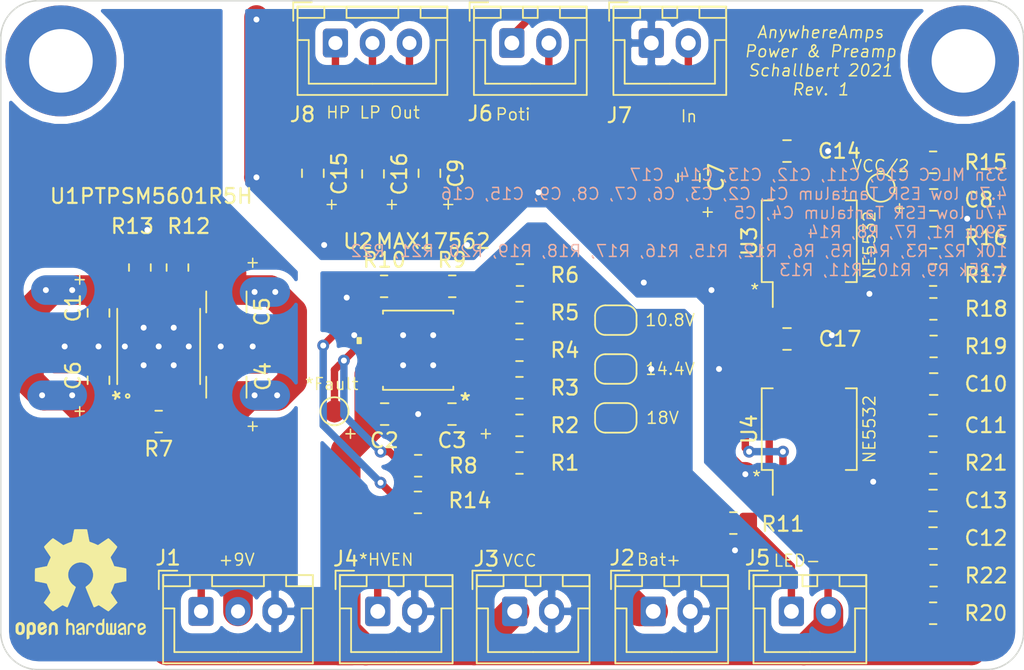
<source format=kicad_pcb>
(kicad_pcb (version 20171130) (host pcbnew "(5.1.10)-1")
  (title_block (rev 1))
  (layers (0 Front signal) (31 Back signal) (34 B.Paste user) (35 F.Paste user) (36 B.SilkS user) (37 F.SilkS user) (38 B.Mask user) (39 F.Mask user) (44 Edge.Cuts user))
  (net 0 "")
  (net 1 VCC)
  (net 2 GND)
  (net 3 +BATT)
  (net 4 +9V)
  (net 5 AudioIn)
  (net 6 "Net-(C8-Pad1)")
  (net 7 AudioOut)
  (net 8 PreampOut)
  (net 9 "Net-(C10-Pad1)")
  (net 10 "Net-(C11-Pad2)")
  (net 11 "Net-(C11-Pad1)")
  (net 12 "Net-(C12-Pad1)")
  (net 13 "Net-(C13-Pad2)")
  (net 14 GNDA)
  (net 15 HP_Out)
  (net 16 LP_Out)
  (net 17 *HVEN)
  (net 18 Poti)
  (net 19 "Net-(JP1-Pad1)")
  (net 20 "Net-(JP2-Pad1)")
  (net 21 "Net-(JP3-Pad1)")
  (net 22 FB)
  (net 23 UVLO)
  (net 24 *FLAG)
  (net 25 "Net-(U1-Pad13)")
  (net 26 "Net-(U1-Pad12)")
  (net 27 "Net-(U1-Pad11)")
  (net 28 "Net-(U1-Pad6)")
  (net 29 "Net-(U1-Pad5)")
  (net 30 "Net-(U1-Pad4)")
  (net 31 "Net-(U1-Pad3)")
  (net 32 EN)
  (net 33 "Net-(R2-Pad2)")
  (net 34 "Net-(R3-Pad1)")
  (net 35 SETI)
  (net 36 "Net-(C15-Pad1)")
  (net 37 "Net-(C7-Pad1)")
  (net 38 "Net-(R10-Pad2)")
  (net 39 "Net-(J5-Pad1)")
  (module Symbol:OSHW-Logo2_9.8x8mm_SilkScreen (layer Front) (at 106.7435 141.0335)
    (fp_text reference REF** hide)
    (fp_text value OSHW-Logo2_9.8x8mm_SilkScreen hide)
  )
  (module MountingHole:MountingHole_4.3mm_M4_DIN965_Pad (layer Front) (at 166.37 105.664)
    (fp_text reference REF** hide)
    (fp_text value MountingHole_4.3mm_M4_DIN965_Pad)
    (pad 1 thru_hole circle (at 0 0) (size 7.5 7.5) (drill 4.3) (layers *.Cu *.Mask))
  )
  (module MountingHole:MountingHole_4.3mm_M4_DIN965_Pad (layer Front) (at 105.41 105.664)
    (fp_text reference REF** hide)
    (fp_text value MountingHole_4.3mm_M4_DIN965_Pad)
    (pad 1 thru_hole circle (at 0 0) (size 7.5 7.5) (drill 4.3) (layers *.Cu *.Mask))
  )
  (module TestPoint:TestPoint_Pad_D1.5mm (layer Front) (at 160.782 114.2365)
    (fp_text reference TP2 hide)
    (fp_text value TestPoint)
    (pad 1 smd circle (at 0 0) (size 1.5 1.5) (layers Front F.Mask) (net 14 GNDA))
  )
  (module Connector_JST:JST_XH_B2B-XH-A_1x02_P2.50mm_Vertical (layer Front) (at 135.8665 104.4575)
    (fp_text reference J6 (at -2.1355 4.7625) (layer F.SilkS))
    (fp_text value POTI)
    (pad 2 thru_hole oval (at 2.5 0) (size 1.7 2) (drill 1) (layers *.Cu *.Mask) (net 8 PreampOut))
    (pad 1 thru_hole roundrect (at 0 0) (size 1.7 2) (drill 1) (layers *.Cu *.Mask) (roundrect_rratio 0.147059) (net 18 Poti))
  )
  (module Connector_JST:JST_XH_B3B-XH-A_1x03_P2.50mm_Vertical (layer Front) (at 123.952 104.4575)
    (fp_text reference J8 (at -2.2225 4.826) (layer F.SilkS))
    (fp_text value Audio_Out)
    (pad 3 thru_hole oval (at 5 0) (size 1.7 1.95) (drill 0.95) (layers *.Cu *.Mask) (net 7 AudioOut))
    (pad 2 thru_hole oval (at 2.5 0) (size 1.7 1.95) (drill 0.95) (layers *.Cu *.Mask) (net 16 LP_Out))
    (pad 1 thru_hole roundrect (at 0 0) (size 1.7 1.95) (drill 0.95) (layers *.Cu *.Mask) (roundrect_rratio 0.147059) (net 15 HP_Out))
  )
  (module Connector_JST:JST_XH_B2B-XH-A_1x02_P2.50mm_Vertical (layer Front) (at 145.288 104.4575)
    (fp_text reference J7 (at -2.159 4.8895) (layer F.SilkS))
    (fp_text value Audio_In)
    (pad 2 thru_hole oval (at 2.5 0) (size 1.7 2) (drill 1) (layers *.Cu *.Mask) (net 5 AudioIn))
    (pad 1 thru_hole roundrect (at 0 0) (size 1.7 2) (drill 1) (layers *.Cu *.Mask) (roundrect_rratio 0.147059) (net 2 GND))
  )
  (module Connector_JST:JST_XH_B2B-XH-A_1x02_P2.50mm_Vertical (layer Front) (at 154.7495 142.875)
    (fp_text reference J5 (at -2.286 -3.6195) (layer F.SilkS))
    (fp_text value "Pwr LED")
    (pad 2 thru_hole oval (at 2.5 0) (size 1.7 2) (drill 1) (layers *.Cu *.Mask) (net 1 VCC))
    (pad 1 thru_hole roundrect (at 0 0) (size 1.7 2) (drill 1) (layers *.Cu *.Mask) (roundrect_rratio 0.147059) (net 39 "Net-(J5-Pad1)"))
  )
  (module Connector_JST:JST_XH_B2B-XH-A_1x02_P2.50mm_Vertical (layer Front) (at 126.8095 142.875)
    (fp_text reference J4 (at -2.159 -3.556) (layer F.SilkS))
    (fp_text value Switch)
    (pad 2 thru_hole oval (at 2.5 0) (size 1.7 2) (drill 1) (layers *.Cu *.Mask) (net 2 GND))
    (pad 1 thru_hole roundrect (at 0 0) (size 1.7 2) (drill 1) (layers *.Cu *.Mask) (roundrect_rratio 0.147059) (net 17 *HVEN))
  )
  (module Connector_JST:JST_XH_B2B-XH-A_1x02_P2.50mm_Vertical (layer Front) (at 136.057 142.875)
    (fp_text reference J3 (at -1.905 -3.55) (layer F.SilkS))
    (fp_text value VCC)
    (pad 2 thru_hole oval (at 2.5 0) (size 1.7 2) (drill 1) (layers *.Cu *.Mask) (net 2 GND))
    (pad 1 thru_hole roundrect (at 0 0) (size 1.7 2) (drill 1) (layers *.Cu *.Mask) (roundrect_rratio 0.147059) (net 1 VCC))
  )
  (module Connector_JST:JST_XH_B2B-XH-A_1x02_P2.50mm_Vertical (layer Front) (at 145.415 142.875)
    (fp_text reference J2 (at -2.0955 -3.6195) (layer F.SilkS))
    (fp_text value Battery)
    (pad 2 thru_hole oval (at 2.5 0) (size 1.7 2) (drill 1) (layers *.Cu *.Mask) (net 2 GND))
    (pad 1 thru_hole roundrect (at 0 0) (size 1.7 2) (drill 1) (layers *.Cu *.Mask) (roundrect_rratio 0.147059) (net 3 +BATT))
  )
  (module Connector_JST:JST_XH_B3B-XH-A_1x03_P2.50mm_Vertical (layer Front) (at 114.8715 142.875)
    (fp_text reference J1 (at -2.2225 -3.6195) (layer F.SilkS))
    (fp_text value +9V)
    (pad 3 thru_hole oval (at 5 0) (size 1.7 1.95) (drill 0.95) (layers *.Cu *.Mask) (net 2 GND))
    (pad 2 thru_hole oval (at 2.5 0) (size 1.7 1.95) (drill 0.95) (layers *.Cu *.Mask) (net 4 +9V))
    (pad 1 thru_hole roundrect (at 0 0) (size 1.7 1.95) (drill 0.95) (layers *.Cu *.Mask) (roundrect_rratio 0.147059) (net 32 EN))
  )
  (module Capacitor_SMD:C_1210_3225Metric_Pad1.33x2.70mm_HandSolder (layer Front) (at 116.586 121.9585 270)
    (fp_text reference C5 (at 0.66 -2.413 90) (layer F.SilkS))
    (fp_text value 47u)
    (pad 2 smd roundrect (at 1.5625 0 270) (size 1.325 2.7) (layers Front F.Paste F.Mask) (roundrect_rratio 0.188679) (net 2 GND))
    (pad 1 smd roundrect (at -1.5625 0 270) (size 1.325 2.7) (layers Front F.Paste F.Mask) (roundrect_rratio 0.188679) (net 4 +9V))
  )
  (module Capacitor_SMD:C_1210_3225Metric_Pad1.33x2.70mm_HandSolder (layer Front) (at 116.586 127.7235 90)
    (fp_text reference C4 (at 0.7235 2.4765 90) (layer F.SilkS))
    (fp_text value 47u)
    (pad 2 smd roundrect (at 1.5625 0 90) (size 1.325 2.7) (layers Front F.Paste F.Mask) (roundrect_rratio 0.188679) (net 2 GND))
    (pad 1 smd roundrect (at -1.5625 0 90) (size 1.325 2.7) (layers Front F.Paste F.Mask) (roundrect_rratio 0.188679) (net 4 +9V))
  )
  (module Package_SO:SO-8_5.3x6.2mm_P1.27mm (layer Front) (at 155.956 130.556 90)
    (fp_text reference U4 (at 0 -4.05 90) (layer F.SilkS))
    (fp_text value NE5532)
    (pad 1 smd roundrect (at -3.5 -1.905 90) (size 1.9 0.6) (layers Front F.Paste F.Mask) (net 36 "Net-(C15-Pad1)"))
    (pad 2 smd roundrect (at -3.5 -0.635 90) (size 1.9 0.6) (layers Front F.Paste F.Mask) (net 36 "Net-(C15-Pad1)"))
    (pad 3 smd roundrect (at -3.5 0.635 90) (size 1.9 0.6) (layers Front F.Paste F.Mask) (net 12 "Net-(C12-Pad1)"))
    (pad 4 smd roundrect (at -3.5 1.905 90) (size 1.9 0.6) (layers Front F.Paste F.Mask) (net 2 GND))
    (pad 5 smd roundrect (at 3.5 1.905 90) (size 1.9 0.6) (layers Front F.Paste F.Mask) (net 13 "Net-(C13-Pad2)"))
    (pad 6 smd roundrect (at 3.5 0.635 90) (size 1.9 0.6) (layers Front F.Paste F.Mask) (net 11 "Net-(C11-Pad1)"))
    (pad 7 smd roundrect (at 3.5 -0.635 90) (size 1.9 0.6) (layers Front F.Paste F.Mask) (net 11 "Net-(C11-Pad1)"))
    (pad 8 smd roundrect (at 3.5 -1.905 90) (size 1.9 0.6) (layers Front F.Paste F.Mask) (net 1 VCC))
  )
  (module Package_SO:SO-8_5.3x6.2mm_P1.27mm (layer Front) (at 155.956 117.856 90)
    (fp_text reference U3 (at 0 -4.05 90) (layer F.SilkS))
    (fp_text value NE5532)
    (pad 1 smd roundrect (at -3.5 -1.905 90) (size 1.9 0.6) (layers Front F.Paste F.Mask) (net 8 PreampOut))
    (pad 2 smd roundrect (at -3.5 -0.635 90) (size 1.9 0.6) (layers Front F.Paste F.Mask) (net 18 Poti))
    (pad 3 smd roundrect (at -3.5 0.635 90) (size 1.9 0.6) (layers Front F.Paste F.Mask) (net 37 "Net-(C7-Pad1)"))
    (pad 4 smd roundrect (at -3.5 1.905 90) (size 1.9 0.6) (layers Front F.Paste F.Mask) (net 2 GND))
    (pad 5 smd roundrect (at 3.5 1.905 90) (size 1.9 0.6) (layers Front F.Paste F.Mask) (net 6 "Net-(C8-Pad1)"))
    (pad 6 smd roundrect (at 3.5 0.635 90) (size 1.9 0.6) (layers Front F.Paste F.Mask) (net 14 GNDA))
    (pad 7 smd roundrect (at 3.5 -0.635 90) (size 1.9 0.6) (layers Front F.Paste F.Mask) (net 14 GNDA))
    (pad 8 smd roundrect (at 3.5 -1.905 90) (size 1.9 0.6) (layers Front F.Paste F.Mask) (net 1 VCC))
  )
  (module Capacitor_SMD:C_0805_2012Metric_Pad1.18x1.45mm_HandSolder (layer Front) (at 147.828 113.5595 90)
    (fp_text reference C7 (at 0.0215 1.8415 90) (layer F.SilkS))
    (fp_text value 4.7u)
    (pad 2 smd roundrect (at 1.0375 0 90) (size 1.175 1.45) (layers Front F.Paste F.Mask) (roundrect_rratio 0.212766) (net 5 AudioIn))
    (pad 1 smd roundrect (at -1.0375 0 90) (size 1.175 1.45) (layers Front F.Paste F.Mask) (roundrect_rratio 0.212766) (net 37 "Net-(C7-Pad1)"))
  )
  (module Capacitor_SMD:C_0805_2012Metric_Pad1.18x1.45mm_HandSolder (layer Front) (at 126.492 113.3055 90)
    (fp_text reference C16 (at 0 1.778 90) (layer F.SilkS))
    (fp_text value 4.7u)
    (pad 2 smd roundrect (at 1.0375 0 90) (size 1.175 1.45) (layers Front F.Paste F.Mask) (roundrect_rratio 0.212766) (net 16 LP_Out))
    (pad 1 smd roundrect (at -1.0375 0 90) (size 1.175 1.45) (layers Front F.Paste F.Mask) (roundrect_rratio 0.212766) (net 11 "Net-(C11-Pad1)"))
  )
  (module Capacitor_SMD:C_0805_2012Metric_Pad1.18x1.45mm_HandSolder (layer Front) (at 122.428 113.2625 90)
    (fp_text reference C15 (at -0.0215 1.778 90) (layer F.SilkS))
    (fp_text value 4.7u)
    (pad 2 smd roundrect (at 1.0375 0 90) (size 1.175 1.45) (layers Front F.Paste F.Mask) (roundrect_rratio 0.212766) (net 15 HP_Out))
    (pad 1 smd roundrect (at -1.0375 0 90) (size 1.175 1.45) (layers Front F.Paste F.Mask) (roundrect_rratio 0.212766) (net 36 "Net-(C15-Pad1)"))
  )
  (module Capacitor_SMD:C_0805_2012Metric_Pad1.18x1.45mm_HandSolder (layer Front) (at 130.302 113.2625 90)
    (fp_text reference C9 (at 0 1.778 90) (layer F.SilkS))
    (fp_text value 4.7u)
    (pad 2 smd roundrect (at 1.0375 0 90) (size 1.175 1.45) (layers Front F.Paste F.Mask) (roundrect_rratio 0.212766) (net 7 AudioOut))
    (pad 1 smd roundrect (at -1.0375 0 90) (size 1.175 1.45) (layers Front F.Paste F.Mask) (roundrect_rratio 0.212766) (net 8 PreampOut))
  )
  (module Capacitor_SMD:C_0805_2012Metric_Pad1.18x1.45mm_HandSolder (layer Front) (at 164.3595 115.062)
    (fp_text reference C8 (at 3.048 0) (layer F.SilkS))
    (fp_text value 4.7u)
    (pad 2 smd roundrect (at 1.0375 0) (size 1.175 1.45) (layers Front F.Paste F.Mask) (roundrect_rratio 0.212766) (net 2 GND))
    (pad 1 smd roundrect (at -1.0375 0) (size 1.175 1.45) (layers Front F.Paste F.Mask) (roundrect_rratio 0.212766) (net 6 "Net-(C8-Pad1)"))
  )
  (module Capacitor_SMD:C_0805_2012Metric_Pad1.18x1.45mm_HandSolder (layer Front) (at 107.95 127.254 90)
    (fp_text reference C6 (at 0.3175 -1.7145 90) (layer F.SilkS))
    (fp_text value 4.7u)
    (pad 2 smd roundrect (at 1.0375 0 90) (size 1.175 1.45) (layers Front F.Paste F.Mask) (roundrect_rratio 0.212766) (net 2 GND))
    (pad 1 smd roundrect (at -1.0375 0 90) (size 1.175 1.45) (layers Front F.Paste F.Mask) (roundrect_rratio 0.212766) (net 1 VCC))
  )
  (module Capacitor_SMD:C_0805_2012Metric_Pad1.18x1.45mm_HandSolder (layer Front) (at 131.826 129.54 180)
    (fp_text reference C3 (at 0 -1.778) (layer F.SilkS))
    (fp_text value 4.7u)
    (pad 2 smd roundrect (at 1.0375 0 180) (size 1.175 1.45) (layers Front F.Paste F.Mask) (roundrect_rratio 0.212766) (net 2 GND))
    (pad 1 smd roundrect (at -1.0375 0 180) (size 1.175 1.45) (layers Front F.Paste F.Mask) (roundrect_rratio 0.212766) (net 3 +BATT))
  )
  (module Capacitor_SMD:C_0805_2012Metric_Pad1.18x1.45mm_HandSolder (layer Front) (at 127.2755 129.54)
    (fp_text reference C2 (at -0.0215 1.778) (layer F.SilkS))
    (fp_text value 4.7u)
    (pad 2 smd roundrect (at 1.0375 0) (size 1.175 1.45) (layers Front F.Paste F.Mask) (roundrect_rratio 0.212766) (net 2 GND))
    (pad 1 smd roundrect (at -1.0375 0) (size 1.175 1.45) (layers Front F.Paste F.Mask) (roundrect_rratio 0.212766) (net 1 VCC))
  )
  (module Capacitor_SMD:C_0805_2012Metric_Pad1.18x1.45mm_HandSolder (layer Front) (at 107.95 122.7035 90)
    (fp_text reference C1 (at 0.339 -1.7145 90) (layer F.SilkS))
    (fp_text value 4.7u)
    (pad 2 smd roundrect (at 1.0375 0 90) (size 1.175 1.45) (layers Front F.Paste F.Mask) (roundrect_rratio 0.212766) (net 1 VCC))
    (pad 1 smd roundrect (at -1.0375 0 90) (size 1.175 1.45) (layers Front F.Paste F.Mask) (roundrect_rratio 0.212766) (net 2 GND))
  )
  (module 9VReg:PTPSM5601R5HRDAR (layer Front) (at 112.014 124.968 90)
    (fp_text reference U1 (at 10.16 -6.35 180) (layer F.SilkS))
    (fp_text value PTPSM5601R5H (at 10.16 0.508 180) (layer F.SilkS))
    (fp_poly (pts (xy -0.700001 -2.54) (xy -0.749998 -2.250001) (xy -0.750001 -1.3) (xy -0.800001 -1.25) (xy -1.2 -1.25) (xy -1.25 -1.2) (xy -1.25 1.2) (xy -1.2 1.25) (xy -0.800001 1.25) (xy -0.749996 1.3) (xy -0.750001 2.250001) (xy -0.7 2.54) (xy 0.7 2.54) (xy 0.750001 2.250001) (xy 0.750001 1.3) (xy 0.800001 1.25) (xy 1.2 1.25) (xy 1.25 1.2) (xy 1.25 -1.2) (xy 1.2 -1.25) (xy 0.800001 -1.25) (xy 0.749996 -1.3) (xy 0.750001 -2.250001) (xy 0.700001 -2.54)) (layer Front) (width 0.1))
    (fp_text user * (at -3.302 -2.54 90) (layer F.SilkS))
    (pad 1 smd rect (at -2.000001 -2.145 90) (size 1.4 0.499999) (layers Front F.Paste F.Mask) (net 1 VCC))
    (pad 2 smd rect (at -2.35 -1.17 90) (size 0.700001 0.349999) (layers Front F.Paste F.Mask) (net 32 EN))
    (pad 3 smd rect (at -2.35 -0.519999 90) (size 0.700001 0.349999) (layers Front F.Paste F.Mask) (net 31 "Net-(U1-Pad3)"))
    (pad 4 smd rect (at -2.35 0.13 90) (size 0.700001 0.349999) (layers Front F.Paste F.Mask) (net 30 "Net-(U1-Pad4)"))
    (pad 5 smd rect (at -2.35 0.780001 90) (size 0.700001 0.349999) (layers Front F.Paste F.Mask) (net 29 "Net-(U1-Pad5)"))
    (pad 6 smd rect (at -2.35 1.430002 90) (size 0.700001 0.349999) (layers Front F.Paste F.Mask) (net 28 "Net-(U1-Pad6)"))
    (pad 7 smd rect (at -2.000001 2.154999 90) (size 1.4 0.499999) (layers Front F.Paste F.Mask) (net 4 +9V))
    (pad 8 smd rect (at 2.000001 2.154999 90) (size 1.4 0.499999) (layers Front F.Paste F.Mask) (net 4 +9V))
    (pad 9 smd rect (at 2.35 1.43 90) (size 0.700001 0.349999) (layers Front F.Paste F.Mask) (net 22 FB))
    (pad 10 smd rect (at 2.35 0.780001 90) (size 0.700001 0.349999) (layers Front F.Paste F.Mask) (net 2 GND))
    (pad 11 smd rect (at 2.35 0.13 90) (size 0.700001 0.349999) (layers Front F.Paste F.Mask) (net 27 "Net-(U1-Pad11)"))
    (pad 12 smd rect (at 2.35 -0.519999 90) (size 0.700001 0.349999) (layers Front F.Paste F.Mask) (net 26 "Net-(U1-Pad12)"))
    (pad 13 smd rect (at 2.35 -1.17 90) (size 0.700001 0.349999) (layers Front F.Paste F.Mask) (net 25 "Net-(U1-Pad13)"))
    (pad 14 smd rect (at 2.000001 -2.145 90) (size 1.4 0.499999) (layers Front F.Paste F.Mask) (net 1 VCC))
    (pad 15 smd circle (at 0 0 90) (size 2.25 2.25) (layers Front F.Paste F.Mask) (net 2 GND))
  )
  (module MAX17562:MAX17562AUD&plus_ (layer Front) (at 129.54 125.222 180)
    (fp_text reference U2 (at 4.064 7.366 180) (layer F.SilkS))
    (fp_text value MAX17562 (at -1.016 7.366 180) (layer F.SilkS))
    (fp_text user * (at -3.17855 -3.4478 180) (layer F.SilkS))
    (fp_text user * (at -3.17855 -3.4478 180) (layer F.SilkS))
    (pad 1 smd rect (at -2.924548 -1.950001 180) (size 1.353299 0.3548) (layers Front F.Paste F.Mask) (net 3 +BATT))
    (pad 2 smd rect (at -2.924548 -1.3 180) (size 1.353299 0.3548) (layers Front F.Paste F.Mask) (net 3 +BATT))
    (pad 3 smd rect (at -2.924548 -0.649999 180) (size 1.353299 0.3548) (layers Front F.Paste F.Mask) (net 3 +BATT))
    (pad 4 smd rect (at -2.924548 0 180) (size 1.353299 0.3548) (layers Front F.Paste F.Mask) (net 23 UVLO))
    (pad 5 smd rect (at -2.924548 0.649999 180) (size 1.353299 0.3548) (layers Front F.Paste F.Mask) (net 2 GND))
    (pad 6 smd rect (at -2.924548 1.3 180) (size 1.353299 0.3548) (layers Front F.Paste F.Mask) (net 35 SETI))
    (pad 7 smd rect (at -2.924548 1.949999 180) (size 1.353299 0.3548) (layers Front F.Paste F.Mask) (net 2 GND))
    (pad 8 smd rect (at 2.924548 1.950001 180) (size 1.353299 0.3548) (layers Front F.Paste F.Mask) (net 17 *HVEN))
    (pad 9 smd rect (at 2.924548 1.3 180) (size 1.353299 0.3548) (layers Front F.Paste F.Mask) (net 2 GND))
    (pad 10 smd rect (at 2.924548 0.650001 180) (size 1.353299 0.3548) (layers Front F.Paste F.Mask) (net 2 GND))
    (pad 11 smd rect (at 2.924548 0 180) (size 1.353299 0.3548) (layers Front F.Paste F.Mask) (net 24 *FLAG))
    (pad 12 smd rect (at 2.924548 -0.649999 180) (size 1.353299 0.3548) (layers Front F.Paste F.Mask) (net 1 VCC))
    (pad 13 smd rect (at 2.924548 -1.3 180) (size 1.353299 0.3548) (layers Front F.Paste F.Mask) (net 1 VCC))
    (pad 14 smd rect (at 2.924548 -1.949999 180) (size 1.353299 0.3548) (layers Front F.Paste F.Mask) (net 1 VCC))
    (pad EPAD smd rect (at 0 0 180) (size 3.0988 3.0988) (layers Front F.Paste F.Mask) (net 2 GND))
  )
  (module TestPoint:TestPoint_Pad_D1.5mm (layer Front) (at 123.8885 129.3495)
    (fp_text reference TP1 hide)
    (fp_text value *Fault)
    (pad 1 smd circle (at 0 0) (size 1.5 1.5) (layers Front F.Mask) (net 24 *FLAG))
  )
  (module Capacitor_SMD:C_0805_2012Metric_Pad1.18x1.45mm_HandSolder (layer Front) (at 164.3165 130.302)
    (fp_text reference C11 (at 3.5775 0) (layer F.SilkS))
    (fp_text value 33n)
    (pad 2 smd roundrect (at 1.0375 0) (size 1.175 1.45) (layers Front F.Paste F.Mask) (roundrect_rratio 0.2127659574468085) (net 10 "Net-(C11-Pad2)"))
    (pad 1 smd roundrect (at -1.0375 0) (size 1.175 1.45) (layers Front F.Paste F.Mask) (roundrect_rratio 0.2127659574468085) (net 11 "Net-(C11-Pad1)"))
  )
  (module Resistor_SMD:R_0805_2012Metric_Pad1.20x1.40mm_HandSolder (layer Front) (at 164.322 143.002 180)
    (fp_text reference R20 (at -3.556 0) (layer F.SilkS))
    (fp_text value 10k)
    (pad 2 smd roundrect (at 1 0 180) (size 1.2 1.4) (layers Front F.Paste F.Mask) (roundrect_rratio 0.2083325) (net 36 "Net-(C15-Pad1)"))
    (pad 1 smd roundrect (at -1 0 180) (size 1.2 1.4) (layers Front F.Paste F.Mask) (roundrect_rratio 0.2083325) (net 9 "Net-(C10-Pad1)"))
  )
  (module Capacitor_SMD:C_0805_2012Metric_Pad1.18x1.45mm_HandSolder (layer Front) (at 154.4535 124.46 180)
    (fp_text reference C17 (at -3.5775 0) (layer F.SilkS))
    (fp_text value 33n)
    (pad 2 smd roundrect (at 1.0375 0 180) (size 1.175 1.45) (layers Front F.Paste F.Mask) (roundrect_rratio 0.2127659574468085) (net 1 VCC))
    (pad 1 smd roundrect (at -1.0375 0 180) (size 1.175 1.45) (layers Front F.Paste F.Mask) (roundrect_rratio 0.2127659574468085) (net 2 GND))
  )
  (module Capacitor_SMD:C_0805_2012Metric_Pad1.18x1.45mm_HandSolder (layer Front) (at 154.4535 111.76)
    (fp_text reference C14 (at 3.5345 0) (layer F.SilkS))
    (fp_text value 33n)
    (pad 2 smd roundrect (at 1.0375 0) (size 1.175 1.45) (layers Front F.Paste F.Mask) (roundrect_rratio 0.2127659574468085) (net 2 GND))
    (pad 1 smd roundrect (at -1.0375 0) (size 1.175 1.45) (layers Front F.Paste F.Mask) (roundrect_rratio 0.2127659574468085) (net 1 VCC))
  )
  (module Resistor_SMD:R_0805_2012Metric_Pad1.20x1.40mm_HandSolder (layer Front) (at 136.382 122.682)
    (fp_text reference R5 (at 3.064 0) (layer F.SilkS))
    (fp_text value 10k)
    (pad 1 smd roundrect (at -1 0) (size 1.2 1.4) (layers Front F.Paste F.Mask) (roundrect_rratio 0.2083325) (net 19 "Net-(JP1-Pad1)"))
    (pad 2 smd roundrect (at 1 0) (size 1.2 1.4) (layers Front F.Paste F.Mask) (roundrect_rratio 0.2083325) (net 20 "Net-(JP2-Pad1)"))
  )
  (module Resistor_SMD:R_0805_2012Metric_Pad1.20x1.40mm_HandSolder (layer Front) (at 136.414 120.142)
    (fp_text reference R6 (at 3.032 0) (layer F.SilkS))
    (fp_text value 10k)
    (pad 1 smd roundrect (at -1 0) (size 1.2 1.4) (layers Front F.Paste F.Mask) (roundrect_rratio 0.2083325) (net 20 "Net-(JP2-Pad1)"))
    (pad 2 smd roundrect (at 1 0) (size 1.2 1.4) (layers Front F.Paste F.Mask) (roundrect_rratio 0.2083325) (net 21 "Net-(JP3-Pad1)"))
  )
  (module Resistor_SMD:R_0805_2012Metric_Pad1.20x1.40mm_HandSolder (layer Front) (at 164.354 124.968 180)
    (fp_text reference R19 (at -3.54 0) (layer F.SilkS))
    (fp_text value 10k)
    (pad 1 smd roundrect (at -1 0 180) (size 1.2 1.4) (layers Front F.Paste F.Mask) (roundrect_rratio 0.2083325) (net 10 "Net-(C11-Pad2)"))
    (pad 2 smd roundrect (at 1 0 180) (size 1.2 1.4) (layers Front F.Paste F.Mask) (roundrect_rratio 0.2083325) (net 8 PreampOut))
  )
  (module Resistor_SMD:R_0805_2012Metric_Pad1.20x1.40mm_HandSolder (layer Front) (at 127.238 120.904)
    (fp_text reference R10 (at 0.016 -1.778) (layer F.SilkS))
    (fp_text value 1.25k)
    (pad 2 smd roundrect (at 1 0) (size 1.2 1.4) (layers Front F.Paste F.Mask) (roundrect_rratio 0.2083325) (net 38 "Net-(R10-Pad2)"))
    (pad 1 smd roundrect (at -1 0) (size 1.2 1.4) (layers Front F.Paste F.Mask) (roundrect_rratio 0.2083325) (net 2 GND))
  )
  (module Resistor_SMD:R_0805_2012Metric_Pad1.20x1.40mm_HandSolder (layer Front) (at 112.014 130.048 180)
    (fp_text reference R7 (at 0 -1.8415) (layer F.SilkS))
    (fp_text value 390k)
    (pad 2 smd roundrect (at 1 0 180) (size 1.2 1.4) (layers Front F.Paste F.Mask) (roundrect_rratio 0.2083325) (net 1 VCC))
    (pad 1 smd roundrect (at -1 0 180) (size 1.2 1.4) (layers Front F.Paste F.Mask) (roundrect_rratio 0.2083325) (net 32 EN))
  )
  (module Resistor_SMD:R_0805_2012Metric_Pad1.20x1.40mm_HandSolder (layer Front) (at 164.354 140.462)
    (fp_text reference R22 (at 3.556 0) (layer F.SilkS))
    (fp_text value 10k)
    (pad 2 smd roundrect (at 1 0) (size 1.2 1.4) (layers Front F.Paste F.Mask) (roundrect_rratio 0.2083325) (net 14 GNDA))
    (pad 1 smd roundrect (at -1 0) (size 1.2 1.4) (layers Front F.Paste F.Mask) (roundrect_rratio 0.2083325) (net 12 "Net-(C12-Pad1)"))
  )
  (module Resistor_SMD:R_0805_2012Metric_Pad1.20x1.40mm_HandSolder (layer Front) (at 164.338 132.842)
    (fp_text reference R21 (at 3.556 0) (layer F.SilkS))
    (fp_text value 10k)
    (pad 1 smd roundrect (at -1 0) (size 1.2 1.4) (layers Front F.Paste F.Mask) (roundrect_rratio 0.2083325) (net 13 "Net-(C13-Pad2)"))
    (pad 2 smd roundrect (at 1 0) (size 1.2 1.4) (layers Front F.Paste F.Mask) (roundrect_rratio 0.2083325) (net 10 "Net-(C11-Pad2)"))
  )
  (module Resistor_SMD:R_0805_2012Metric_Pad1.20x1.40mm_HandSolder (layer Front) (at 164.338 122.428)
    (fp_text reference R18 (at 3.572 0) (layer F.SilkS))
    (fp_text value 10k)
    (pad 2 smd roundrect (at 1 0) (size 1.2 1.4) (layers Front F.Paste F.Mask) (roundrect_rratio 0.2083325) (net 14 GNDA))
    (pad 1 smd roundrect (at -1 0) (size 1.2 1.4) (layers Front F.Paste F.Mask) (roundrect_rratio 0.2083325) (net 18 Poti))
  )
  (module Resistor_SMD:R_0805_2012Metric_Pad1.20x1.40mm_HandSolder (layer Front) (at 164.322 120.142)
    (fp_text reference R17 (at 3.556 0) (layer F.SilkS))
    (fp_text value 10k)
    (pad 1 smd roundrect (at -1 0) (size 1.2 1.4) (layers Front F.Paste F.Mask) (roundrect_rratio 0.2083325) (net 37 "Net-(C7-Pad1)"))
    (pad 2 smd roundrect (at 1 0) (size 1.2 1.4) (layers Front F.Paste F.Mask) (roundrect_rratio 0.2083325) (net 14 GNDA))
  )
  (module Resistor_SMD:R_0805_2012Metric_Pad1.20x1.40mm_HandSolder (layer Front) (at 164.338 117.602 180)
    (fp_text reference R16 (at -3.556 0) (layer F.SilkS))
    (fp_text value 10k)
    (pad 2 smd roundrect (at 1 0 180) (size 1.2 1.4) (layers Front F.Paste F.Mask) (roundrect_rratio 0.2083325) (net 6 "Net-(C8-Pad1)"))
    (pad 1 smd roundrect (at -1 0 180) (size 1.2 1.4) (layers Front F.Paste F.Mask) (roundrect_rratio 0.2083325) (net 2 GND))
  )
  (module Resistor_SMD:R_0805_2012Metric_Pad1.20x1.40mm_HandSolder (layer Front) (at 164.322 112.522)
    (fp_text reference R15 (at 3.556 0 180) (layer F.SilkS))
    (fp_text value 10k)
    (pad 2 smd roundrect (at 1 0) (size 1.2 1.4) (layers Front F.Paste F.Mask) (roundrect_rratio 0.2083325) (net 1 VCC))
    (pad 1 smd roundrect (at -1 0) (size 1.2 1.4) (layers Front F.Paste F.Mask) (roundrect_rratio 0.2083325) (net 6 "Net-(C8-Pad1)"))
  )
  (module Resistor_SMD:R_0805_2012Metric_Pad1.20x1.40mm_HandSolder (layer Front) (at 129.524 135.509)
    (fp_text reference R14 (at 3.5085 -0.127) (layer F.SilkS))
    (fp_text value 390k)
    (pad 1 smd roundrect (at -1 0) (size 1.2 1.4) (layers Front F.Paste F.Mask) (roundrect_rratio 0.2083325) (net 17 *HVEN))
    (pad 2 smd roundrect (at 1 0) (size 1.2 1.4) (layers Front F.Paste F.Mask) (roundrect_rratio 0.2083325) (net 3 +BATT))
  )
  (module Resistor_SMD:R_0805_2012Metric_Pad1.20x1.40mm_HandSolder (layer Front) (at 150.8285 136.906)
    (fp_text reference R11 (at 3.3495 0.0635) (layer F.SilkS))
    (fp_text value 1.25k)
    (pad 1 smd roundrect (at -1 0) (size 1.2 1.4) (layers Front F.Paste F.Mask) (roundrect_rratio 0.2083325) (net 2 GND))
    (pad 2 smd roundrect (at 1 0) (size 1.2 1.4) (layers Front F.Paste F.Mask) (roundrect_rratio 0.2083325) (net 39 "Net-(J5-Pad1)"))
  )
  (module Resistor_SMD:R_0805_2012Metric_Pad1.20x1.40mm_HandSolder (layer Front) (at 129.54 133.0325 180)
    (fp_text reference R8 (at -3.048 0) (layer F.SilkS))
    (fp_text value 390k)
    (pad 1 smd roundrect (at -1 0 180) (size 1.2 1.4) (layers Front F.Paste F.Mask) (roundrect_rratio 0.2083325) (net 3 +BATT))
    (pad 2 smd roundrect (at 1 0 180) (size 1.2 1.4) (layers Front F.Paste F.Mask) (roundrect_rratio 0.2083325) (net 24 *FLAG))
  )
  (module Resistor_SMD:R_0805_2012Metric_Pad1.20x1.40mm_HandSolder (layer Front) (at 131.842 120.904)
    (fp_text reference R9 (at -0.016 -1.778) (layer F.SilkS))
    (fp_text value 1.25k)
    (pad 1 smd roundrect (at -1 0) (size 1.2 1.4) (layers Front F.Paste F.Mask) (roundrect_rratio 0.2083325) (net 38 "Net-(R10-Pad2)"))
    (pad 2 smd roundrect (at 1 0) (size 1.2 1.4) (layers Front F.Paste F.Mask) (roundrect_rratio 0.2083325) (net 35 SETI))
  )
  (module Resistor_SMD:R_0805_2012Metric_Pad1.20x1.40mm_HandSolder (layer Front) (at 136.382 125.222)
    (fp_text reference R4 (at 3.064 0) (layer F.SilkS))
    (fp_text value 10k)
    (pad 1 smd roundrect (at -1 0) (size 1.2 1.4) (layers Front F.Paste F.Mask) (roundrect_rratio 0.2083325) (net 34 "Net-(R3-Pad1)"))
    (pad 2 smd roundrect (at 1 0) (size 1.2 1.4) (layers Front F.Paste F.Mask) (roundrect_rratio 0.2083325) (net 19 "Net-(JP1-Pad1)"))
  )
  (module Resistor_SMD:R_0805_2012Metric_Pad1.20x1.40mm_HandSolder (layer Front) (at 136.382 127.762 180)
    (fp_text reference R3 (at -3.064 0) (layer F.SilkS))
    (fp_text value 10k)
    (pad 1 smd roundrect (at -1 0 180) (size 1.2 1.4) (layers Front F.Paste F.Mask) (roundrect_rratio 0.2083325) (net 34 "Net-(R3-Pad1)"))
    (pad 2 smd roundrect (at 1 0 180) (size 1.2 1.4) (layers Front F.Paste F.Mask) (roundrect_rratio 0.2083325) (net 33 "Net-(R2-Pad2)"))
  )
  (module Resistor_SMD:R_0805_2012Metric_Pad1.20x1.40mm_HandSolder (layer Front) (at 136.382 130.302)
    (fp_text reference R2 (at 3.064 0) (layer F.SilkS))
    (fp_text value 10k)
    (pad 1 smd roundrect (at -1 0) (size 1.2 1.4) (layers Front F.Paste F.Mask) (roundrect_rratio 0.2083325) (net 23 UVLO))
    (pad 2 smd roundrect (at 1 0) (size 1.2 1.4) (layers Front F.Paste F.Mask) (roundrect_rratio 0.2083325) (net 33 "Net-(R2-Pad2)"))
  )
  (module Resistor_SMD:R_0805_2012Metric_Pad1.20x1.40mm_HandSolder (layer Front) (at 136.382 132.842 180)
    (fp_text reference R1 (at -3.064 0) (layer F.SilkS))
    (fp_text value 390k)
    (pad 1 smd roundrect (at -1 0 180) (size 1.2 1.4) (layers Front F.Paste F.Mask) (roundrect_rratio 0.2083325) (net 23 UVLO))
    (pad 2 smd roundrect (at 1 0 180) (size 1.2 1.4) (layers Front F.Paste F.Mask) (roundrect_rratio 0.2083325) (net 3 +BATT))
  )
  (module Resistor_SMD:R_0805_2012Metric_Pad1.20x1.40mm_HandSolder (layer Front) (at 110.744 119.634 90)
    (fp_text reference R13 (at 2.794 -0.508) (layer F.SilkS))
    (fp_text value 1.25k)
    (pad 1 smd roundrect (at -1 0 90) (size 1.2 1.4) (layers Front F.Paste F.Mask) (roundrect_rratio 0.2083325) (net 22 FB))
    (pad 2 smd roundrect (at 1 0 90) (size 1.2 1.4) (layers Front F.Paste F.Mask) (roundrect_rratio 0.2083325) (net 2 GND))
  )
  (module Resistor_SMD:R_0805_2012Metric_Pad1.20x1.40mm_HandSolder (layer Front) (at 113.284 119.634 270)
    (fp_text reference R12 (at -2.794 -0.762) (layer F.SilkS))
    (fp_text value 10k)
    (pad 1 smd roundrect (at -1 0 270) (size 1.2 1.4) (layers Front F.Paste F.Mask) (roundrect_rratio 0.2083325) (net 4 +9V))
    (pad 2 smd roundrect (at 1 0 270) (size 1.2 1.4) (layers Front F.Paste F.Mask) (roundrect_rratio 0.2083325) (net 22 FB))
  )
  (module Jumper:SolderJumper-2_P1.3mm_Open_RoundedPad1.0x1.5mm (layer Front) (at 142.89 123.19)
    (fp_text reference JP3 hide)
    (fp_text value 10.8V)
    (pad 2 smd custom (at 0.65 0) (size 1 0.5) (layers Front F.Mask) (net 2 GND) (options (clearance outline) (anchor rect)) (primitives (gr_circle (center 0 0.25) (end 0.5 0.25) (width 0)) (gr_circle (center 0 -0.25) (end 0.5 -0.25) (width 0)) (gr_poly (pts (xy 0 -0.75) (xy -0.5 -0.75) (xy -0.5 0.75) (xy 0 0.75)) (width 0))))
    (pad 1 smd custom (at -0.65 0) (size 1 0.5) (layers Front F.Mask) (net 21 "Net-(JP3-Pad1)") (options (clearance outline) (anchor rect)) (primitives (gr_circle (center 0 0.25) (end 0.5 0.25) (width 0)) (gr_circle (center 0 -0.25) (end 0.5 -0.25) (width 0)) (gr_poly (pts (xy 0 -0.75) (xy 0.5 -0.75) (xy 0.5 0.75) (xy 0 0.75)) (width 0))))
  )
  (module Jumper:SolderJumper-2_P1.3mm_Open_RoundedPad1.0x1.5mm (layer Front) (at 142.89 126.492)
    (fp_text reference JP2 hide)
    (fp_text value 14.4V)
    (pad 2 smd custom (at 0.65 0) (size 1 0.5) (layers Front F.Mask) (net 2 GND) (options (clearance outline) (anchor rect)) (primitives (gr_circle (center 0 0.25) (end 0.5 0.25) (width 0)) (gr_circle (center 0 -0.25) (end 0.5 -0.25) (width 0)) (gr_poly (pts (xy 0 -0.75) (xy -0.5 -0.75) (xy -0.5 0.75) (xy 0 0.75)) (width 0))))
    (pad 1 smd custom (at -0.65 0) (size 1 0.5) (layers Front F.Mask) (net 20 "Net-(JP2-Pad1)") (options (clearance outline) (anchor rect)) (primitives (gr_circle (center 0 0.25) (end 0.5 0.25) (width 0)) (gr_circle (center 0 -0.25) (end 0.5 -0.25) (width 0)) (gr_poly (pts (xy 0 -0.75) (xy 0.5 -0.75) (xy 0.5 0.75) (xy 0 0.75)) (width 0))))
  )
  (module Jumper:SolderJumper-2_P1.3mm_Open_RoundedPad1.0x1.5mm (layer Front) (at 142.89 129.794)
    (fp_text reference JP1 hide)
    (fp_text value 18V)
    (pad 2 smd custom (at 0.65 0) (size 1 0.5) (layers Front F.Mask) (net 2 GND) (options (clearance outline) (anchor rect)) (primitives (gr_circle (center 0 0.25) (end 0.5 0.25) (width 0)) (gr_circle (center 0 -0.25) (end 0.5 -0.25) (width 0)) (gr_poly (pts (xy 0 -0.75) (xy -0.5 -0.75) (xy -0.5 0.75) (xy 0 0.75)) (width 0))))
    (pad 1 smd custom (at -0.65 0) (size 1 0.5) (layers Front F.Mask) (net 19 "Net-(JP1-Pad1)") (options (clearance outline) (anchor rect)) (primitives (gr_circle (center 0 0.25) (end 0.5 0.25) (width 0)) (gr_circle (center 0 -0.25) (end 0.5 -0.25) (width 0)) (gr_poly (pts (xy 0 -0.75) (xy 0.5 -0.75) (xy 0.5 0.75) (xy 0 0.75)) (width 0))))
  )
  (module Capacitor_SMD:C_0805_2012Metric_Pad1.18x1.45mm_HandSolder (layer Front) (at 164.3165 135.382 180)
    (fp_text reference C13 (at -3.5775 0) (layer F.SilkS))
    (fp_text value 33n)
    (pad 2 smd roundrect (at 1.0375 0 180) (size 1.175 1.45) (layers Front F.Paste F.Mask) (roundrect_rratio 0.2127659574468085) (net 13 "Net-(C13-Pad2)"))
    (pad 1 smd roundrect (at -1.0375 0 180) (size 1.175 1.45) (layers Front F.Paste F.Mask) (roundrect_rratio 0.2127659574468085) (net 14 GNDA))
  )
  (module Capacitor_SMD:C_0805_2012Metric_Pad1.18x1.45mm_HandSolder (layer Front) (at 164.3165 137.922)
    (fp_text reference C12 (at 3.5775 0) (layer F.SilkS))
    (fp_text value 33n)
    (pad 1 smd roundrect (at -1.0375 0) (size 1.175 1.45) (layers Front F.Paste F.Mask) (roundrect_rratio 0.2127659574468085) (net 12 "Net-(C12-Pad1)"))
    (pad 2 smd roundrect (at 1.0375 0) (size 1.175 1.45) (layers Front F.Paste F.Mask) (roundrect_rratio 0.2127659574468085) (net 9 "Net-(C10-Pad1)"))
  )
  (module Capacitor_SMD:C_0805_2012Metric_Pad1.18x1.45mm_HandSolder (layer Front) (at 164.3595 127.508 180)
    (fp_text reference C10 (at -3.5345 0) (layer F.SilkS))
    (fp_text value 33n)
    (pad 1 smd roundrect (at -1.0375 0 180) (size 1.175 1.45) (layers Front F.Paste F.Mask) (roundrect_rratio 0.2127659574468085) (net 9 "Net-(C10-Pad1)"))
    (pad 2 smd roundrect (at 1.0375 0 180) (size 1.175 1.45) (layers Front F.Paste F.Mask) (roundrect_rratio 0.2127659574468085) (net 8 PreampOut))
  )
  (gr_text * (at 152.273 121.158) (layer F.SilkS) (effects (font (size 0.8 0.8) (thickness 0.1))))
  (gr_text * (at 152.4 133.7945) (layer F.SilkS) (effects (font (size 0.8 0.8) (thickness 0.1))))
  (gr_text *Fault (at 123.698 127.508) (layer F.SilkS) (effects (font (size 0.8 0.8) (thickness 0.1))))
  (gr_text "33n MLCC C10, C11, C12, C13, C14, C17\n4.7u low ESR Tantalum C1, C2, C3, C6, C7, C8, C9, C15, C16\n47u low ESR Tantalum C4, C5\n390k R1, R7, R8, R14\n10k R2, R3, R4, R5, R6, R12, R15, R16, R17, R18, R19, R20, R21, R22\n1.25k R9, R10, R11, R13" (at 169.418 116.586) (layer B.SilkS) (effects (font (size 0.8 0.8) (thickness 0.1)) (justify left mirror)))
  (gr_text + (at 124.968 130.81) (layer F.SilkS) (effects (font (size 0.8 0.8) (thickness 0.1))))
  (gr_text + (at 134.112 130.81) (layer F.SilkS) (effects (font (size 0.8 0.8) (thickness 0.1))))
  (gr_text + (at 106.68 120.396) (layer F.SilkS) (effects (font (size 0.8 0.8) (thickness 0.1))))
  (gr_text + (at 106.68 129.286) (layer F.SilkS) (effects (font (size 0.8 0.8) (thickness 0.1))))
  (gr_text + (at 118.364 119.253) (layer F.SilkS) (effects (font (size 0.8 0.8) (thickness 0.1))))
  (gr_text + (at 118.364 130.302) (layer F.SilkS) (effects (font (size 0.8 0.8) (thickness 0.1))))
  (gr_text + (at 123.698 115.316) (layer F.SilkS) (effects (font (size 0.8 0.8) (thickness 0.1))))
  (gr_text + (at 127.762 115.316) (layer F.SilkS) (effects (font (size 0.8 0.8) (thickness 0.1))))
  (gr_text + (at 131.572 115.316) (layer F.SilkS) (effects (font (size 0.8 0.8) (thickness 0.1))))
  (gr_text + (at 149.098 115.824) (layer F.SilkS) (effects (font (size 0.8 0.8) (thickness 0.1))))
  (gr_text + (at 162.052 115.57) (layer F.SilkS) (effects (font (size 0.8 0.8) (thickness 0.1))))
  (gr_text VCC/2 (at 160.782 112.776) (layer F.SilkS) (effects (font (size 0.8 0.8) (thickness 0.1))))
  (gr_text 18V (at 146.05 129.794) (layer F.SilkS) (effects (font (size 0.8 0.8) (thickness 0.1))))
  (gr_text 14.4V (at 146.558 126.492) (layer F.SilkS) (effects (font (size 0.8 0.8) (thickness 0.1))))
  (gr_text 10.8V (at 146.558 123.19) (layer F.SilkS) (effects (font (size 0.8 0.8) (thickness 0.1))))
  (gr_text "AnywhereAmps\nPower & Preamp\nSchallbert 2021\nRev. 1" (at 156.718 105.664) (layer F.SilkS) (effects (font (size 0.8 0.8) (thickness 0.1) italic)))
  (gr_text "In\n" (at 147.828 109.4105) (layer F.SilkS) (effects (font (size 0.8 0.8) (thickness 0.1))))
  (gr_text Poti (at 135.9535 109.2835) (layer F.SilkS) (effects (font (size 0.8 0.8) (thickness 0.1))))
  (gr_text "HP LP Out" (at 126.492 109.1565) (layer F.SilkS) (effects (font (size 0.8 0.8) (thickness 0.1))))
  (gr_text NE5532 (at 160.02 118.11 90) (layer F.SilkS) (effects (font (size 0.8 0.8) (thickness 0.1))))
  (gr_text NE5532 (at 160.02 130.556 90) (layer F.SilkS) (effects (font (size 0.8 0.8) (thickness 0.1))))
  (gr_text LED- (at 155.1305 139.446) (layer F.SilkS) (effects (font (size 0.8 0.8) (thickness 0.1))))
  (gr_text "Bat+\n" (at 145.796 139.3825) (layer F.SilkS) (effects (font (size 0.8 0.8) (thickness 0.1))))
  (gr_text *HVEN (at 127.381 139.3825) (layer F.SilkS) (effects (font (size 0.8 0.8) (thickness 0.1))))
  (gr_text VCC (at 136.398 139.446) (layer F.SilkS) (effects (font (size 0.8 0.8) (thickness 0.1))))
  (gr_text +9V (at 117.2845 139.3825) (layer F.SilkS) (effects (font (size 0.8 0.8) (thickness 0.1))))
  (gr_arc (start 167.894 104.14) (end 170.434 104.14) (angle -90) (layer Edge.Cuts) (width 0.1))
  (gr_arc (start 103.886 104.14) (end 103.886 101.6) (angle -90) (layer Edge.Cuts) (width 0.1))
  (gr_arc (start 103.886 144.272) (end 101.346 144.272) (angle -90) (layer Edge.Cuts) (width 0.1))
  (gr_arc (start 167.894 144.272) (end 167.894 146.812) (angle -90) (layer Edge.Cuts) (width 0.1))
  (gr_line (start 170.434 104.14) (end 170.434 144.272) (layer Edge.Cuts) (width 0.1))
  (gr_line (start 103.886 101.6) (end 167.894 101.6) (layer Edge.Cuts) (width 0.1))
  (gr_line (start 101.346 144.272) (end 101.346 104.14) (layer Edge.Cuts) (width 0.1))
  (gr_line (start 167.894 146.812) (end 103.886 146.812) (layer Edge.Cuts) (width 0.1))
  (segment (start 154.051 113.933522) (end 154.051 114.356) (width 0.25) (layer Front) (net 1))
  (segment (start 154.051 114.356) (end 154.051 113.406) (width 0.5) (layer Front) (net 1))
  (segment (start 108.524001 128.313) (end 109.869 126.968001) (width 1) (layer Front) (net 1))
  (segment (start 107.95 128.313) (end 108.524001 128.313) (width 1) (layer Front) (net 1))
  (segment (start 108.524001 121.623) (end 109.869 122.967999) (width 1) (layer Front) (net 1))
  (segment (start 107.95 121.623) (end 108.524001 121.623) (width 1) (layer Front) (net 1))
  (via (at 104.14 128.27) (size 0.8) (drill 0.4) (layers Front Back) (net 1))
  (via (at 104.394 121.158) (size 0.8) (drill 0.4) (layers Front Back) (net 1))
  (via (at 106.172 121.158) (size 0.8) (drill 0.4) (layers Front Back) (net 1))
  (via (at 106.172 128.27) (size 0.8) (drill 0.4) (layers Front Back) (net 1))
  (segment (start 153.25099 135.97899) (end 157.226 139.954) (width 0.5) (layer Front) (net 1))
  (segment (start 153.25099 127.60201) (end 153.25099 135.97899) (width 0.5) (layer Front) (net 1))
  (segment (start 154.051 126.802) (end 153.25099 127.60201) (width 0.5) (layer Front) (net 1))
  (segment (start 153.416 126.421) (end 154.051 127.056) (width 0.5) (layer Front) (net 1))
  (segment (start 153.416 124.46) (end 153.416 126.421) (width 0.5) (layer Front) (net 1))
  (segment (start 154.051 112.395) (end 153.416 111.76) (width 0.5) (layer Front) (net 1))
  (segment (start 154.051 114.356) (end 154.051 112.395) (width 0.5) (layer Front) (net 1))
  (segment (start 126.238 129.54) (end 126.238 126.903401) (width 2) (layer Front) (net 1))
  (segment (start 126.492 126.649401) (end 126.615452 126.649401) (width 2) (layer Front) (net 1))
  (segment (start 126.238 126.903401) (end 126.492 126.649401) (width 2) (layer Front) (net 1))
  (segment (start 107.95 129.794) (end 107.95 128.313) (width 2) (layer Front) (net 1))
  (segment (start 107.95 129.794) (end 107.95 130.302) (width 2) (layer Front) (net 1))
  (segment (start 153.416 111.76) (end 153.416 111.035) (width 1.65) (layer Front) (net 1))
  (segment (start 153.416 111.035) (end 154.49101 109.95999) (width 1.65) (layer Front) (net 1))
  (segment (start 154.49101 109.95999) (end 157.13934 109.95999) (width 1.65) (layer Front) (net 1))
  (segment (start 157.13934 109.95999) (end 157.16434 109.98499) (width 1.65) (layer Front) (net 1))
  (segment (start 103.251999 122.651999) (end 104.745998 121.158) (width 2) (layer Front) (net 1))
  (segment (start 103.251999 127.284001) (end 103.251999 122.651999) (width 2) (layer Front) (net 1))
  (segment (start 104.259498 128.2915) (end 103.251999 127.284001) (width 2) (layer Front) (net 1))
  (segment (start 107.442 121.158) (end 107.95 121.666) (width 2) (layer Front) (net 1))
  (segment (start 104.745998 121.158) (end 107.442 121.158) (width 2) (layer Front) (net 1))
  (segment (start 105.9395 128.2915) (end 107.95 130.302) (width 2) (layer Front) (net 1))
  (segment (start 107.95 128.2915) (end 105.6425 128.2915) (width 2) (layer Front) (net 1))
  (segment (start 105.6425 128.2915) (end 105.9395 128.2915) (width 2) (layer Front) (net 1))
  (segment (start 105.6425 128.2915) (end 104.259498 128.2915) (width 2) (layer Front) (net 1))
  (segment (start 168.55953 143.86047) (end 167.132 145.288) (width 1.65) (layer Front) (net 1))
  (segment (start 168.55953 115.15953) (end 168.55953 143.86047) (width 1.65) (layer Front) (net 1))
  (segment (start 165.922 112.522) (end 168.55953 115.15953) (width 1.65) (layer Front) (net 1))
  (segment (start 109.7065 130.048) (end 111.014 130.048) (width 2) (layer Front) (net 1))
  (segment (start 107.95 128.2915) (end 109.7065 130.048) (width 2) (layer Front) (net 1))
  (segment (start 108.808836 128.2915) (end 109.318991 127.781345) (width 2) (layer Front) (net 1))
  (segment (start 107.95 128.2915) (end 108.808836 128.2915) (width 2) (layer Front) (net 1))
  (segment (start 107.95 140.9065) (end 112.55549 145.51199) (width 2) (layer Front) (net 1))
  (segment (start 107.95 130.302) (end 107.95 140.9065) (width 2) (layer Front) (net 1))
  (segment (start 125.04551 145.51199) (end 124.17251 145.51199) (width 2) (layer Front) (net 1))
  (segment (start 112.55549 145.51199) (end 124.17251 145.51199) (width 2) (layer Front) (net 1))
  (segment (start 157.2495 143.846336) (end 157.2495 142.875) (width 2) (layer Front) (net 1))
  (segment (start 155.583846 145.51199) (end 157.2495 143.846336) (width 2) (layer Front) (net 1))
  (segment (start 166.90801 145.51199) (end 167.132 145.288) (width 2) (layer Front) (net 1))
  (segment (start 155.583846 145.51199) (end 166.90801 145.51199) (width 2) (layer Front) (net 1))
  (segment (start 157.226 142.8515) (end 157.2495 142.875) (width 0.5) (layer Front) (net 1))
  (segment (start 157.226 139.954) (end 157.226 142.8515) (width 0.5) (layer Front) (net 1))
  (segment (start 135.9535 142.875) (end 133.31651 145.51199) (width 2) (layer Front) (net 1))
  (segment (start 136.057 142.875) (end 135.9535 142.875) (width 2) (layer Front) (net 1))
  (segment (start 133.31651 145.51199) (end 155.583846 145.51199) (width 2) (layer Front) (net 1))
  (segment (start 125.975154 145.51199) (end 126.01749 145.51199) (width 2) (layer Front) (net 1))
  (segment (start 124.64599 132.022009) (end 124.64599 144.182826) (width 2) (layer Front) (net 1))
  (segment (start 126.238 130.429999) (end 124.64599 132.022009) (width 2) (layer Front) (net 1))
  (segment (start 124.64599 144.182826) (end 125.975154 145.51199) (width 2) (layer Front) (net 1))
  (segment (start 126.238 129.54) (end 126.238 130.429999) (width 2) (layer Front) (net 1))
  (segment (start 126.01749 145.51199) (end 133.31651 145.51199) (width 2) (layer Front) (net 1))
  (segment (start 124.17251 145.51199) (end 126.01749 145.51199) (width 2) (layer Front) (net 1))
  (segment (start 104.394 121.158) (end 106.172 121.158) (width 2) (layer Back) (net 1))
  (segment (start 104.14 128.27) (end 106.172 128.27) (width 2) (layer Back) (net 1))
  (segment (start 165.322 111.822) (end 165.322 112.522) (width 1.65) (layer Front) (net 1))
  (segment (start 163.45999 109.95999) (end 165.322 111.822) (width 1.65) (layer Front) (net 1))
  (segment (start 157.13934 109.95999) (end 163.45999 109.95999) (width 1.65) (layer Front) (net 1))
  (via (at 118.618 102.87) (size 0.8) (drill 0.4) (layers Front Back) (net 2))
  (via (at 151.638 133.604) (size 0.8) (drill 0.4) (layers Front Back) (net 2))
  (via (at 150.9395 138.7475) (size 0.8) (drill 0.4) (layers Front Back) (net 2))
  (via (at 157.48 124.206) (size 0.8) (drill 0.4) (layers Front Back) (net 2))
  (via (at 157.226 111.76) (size 0.8) (drill 0.4) (layers Front Back) (net 2))
  (via (at 124.714 121.666) (size 0.8) (drill 0.4) (layers Front Back) (net 2))
  (via (at 105.664 124.968) (size 0.8) (drill 0.4) (layers Front Back) (net 2))
  (via (at 118.364 124.968) (size 0.8) (drill 0.4) (layers Front Back) (net 2))
  (via (at 107.95 124.968) (size 0.8) (drill 0.4) (layers Front Back) (net 2))
  (via (at 116.205 124.968) (size 0.8) (drill 0.4) (layers Front Back) (net 2))
  (via (at 128.524 124.206) (size 0.8) (drill 0.4) (layers Front Back) (net 2))
  (via (at 130.556 124.206) (size 0.8) (drill 0.4) (layers Front Back) (net 2))
  (via (at 130.556 126.238) (size 0.8) (drill 0.4) (layers Front Back) (net 2))
  (via (at 128.524 126.238) (size 0.8) (drill 0.4) (layers Front Back) (net 2))
  (via (at 166.624 116.332) (size 0.8) (drill 0.4) (layers Front Back) (net 2))
  (via (at 160.274 134.112) (size 0.8) (drill 0.4) (layers Front Back) (net 2))
  (via (at 160.02 121.412) (size 0.8) (drill 0.4) (layers Front Back) (net 2))
  (via (at 129.54 129.54) (size 0.8) (drill 0.4) (layers Front Back) (net 2))
  (via (at 145.288 126.492) (size 0.8) (drill 0.4) (layers Front Back) (net 2))
  (via (at 125.222 124.206) (size 0.8) (drill 0.4) (layers Front Back) (net 2))
  (segment (start 165.338 117.602) (end 165.354 117.602) (width 0.25) (layer Front) (net 2))
  (segment (start 157.861 121.356) (end 157.861 122.047) (width 0.25) (layer Front) (net 2))
  (via (at 111.252 117.094) (size 0.8) (drill 0.4) (layers Front Back) (net 2))
  (segment (start 157.861 133.802) (end 157.861 134.747) (width 0.25) (layer Front) (net 2))
  (segment (start 128.2915 129.54) (end 128.2915 129.8155) (width 0.5) (layer Front) (net 2))
  (segment (start 130.81 129.54) (end 130.81 129.794) (width 0.5) (layer Front) (net 2))
  (segment (start 126.358852 124.206) (end 126.615452 123.9494) (width 0.5) (layer Front) (net 2))
  (segment (start 125.222 124.206) (end 126.358852 124.206) (width 0.5) (layer Front) (net 2))
  (segment (start 126.276853 124.206) (end 126.615452 124.544599) (width 0.5) (layer Front) (net 2))
  (segment (start 125.222 124.206) (end 126.276853 124.206) (width 0.5) (layer Front) (net 2))
  (segment (start 131.489999 123.272001) (end 129.54 125.222) (width 0.25) (layer Front) (net 2))
  (segment (start 132.464548 123.272001) (end 131.489999 123.272001) (width 0.25) (layer Front) (net 2))
  (segment (start 130.189999 124.572001) (end 129.54 125.222) (width 0.25) (layer Front) (net 2))
  (segment (start 132.464548 124.572001) (end 130.189999 124.572001) (width 0.25) (layer Front) (net 2))
  (segment (start 143.54 123.698) (end 143.54 123.728) (width 0.25) (layer Front) (net 2))
  (segment (start 128.313 129.54) (end 129.54 129.54) (width 0.5) (layer Front) (net 2))
  (segment (start 129.54 129.54) (end 130.81 129.54) (width 0.5) (layer Front) (net 2))
  (segment (start 157.226 124.46) (end 157.48 124.206) (width 0.5) (layer Front) (net 2))
  (segment (start 155.702 124.46) (end 157.226 124.46) (width 0.5) (layer Front) (net 2))
  (segment (start 159.964 121.356) (end 160.02 121.412) (width 0.5) (layer Front) (net 2))
  (segment (start 157.861 121.356) (end 159.964 121.356) (width 0.5) (layer Front) (net 2))
  (segment (start 160.218 134.056) (end 160.274 134.112) (width 0.5) (layer Front) (net 2))
  (segment (start 157.861 134.056) (end 160.218 134.056) (width 0.5) (layer Front) (net 2))
  (segment (start 165.3755 115.0835) (end 166.624 116.332) (width 0.5) (layer Front) (net 2))
  (segment (start 165.3755 115.062) (end 165.3755 115.0835) (width 0.5) (layer Front) (net 2))
  (segment (start 166.608 116.332) (end 165.338 117.602) (width 0.5) (layer Front) (net 2))
  (segment (start 166.624 116.332) (end 166.608 116.332) (width 0.5) (layer Front) (net 2))
  (segment (start 125.476 120.904) (end 124.714 121.666) (width 0.5) (layer Front) (net 2))
  (segment (start 126.238 120.904) (end 125.476 120.904) (width 0.5) (layer Front) (net 2))
  (segment (start 112.794001 122.067999) (end 112.460012 121.73401) (width 0.25) (layer Front) (net 2))
  (segment (start 112.794001 122.618) (end 112.794001 122.067999) (width 0.25) (layer Front) (net 2))
  (segment (start 151.072315 133.604) (end 149.86 132.391685) (width 1.65) (layer Front) (net 2))
  (segment (start 151.638 133.604) (end 151.072315 133.604) (width 1.65) (layer Front) (net 2))
  (segment (start 149.86 132.391685) (end 149.86 126.492) (width 1.65) (layer Front) (net 2))
  (segment (start 149.86 123.444) (end 149.86 121.666) (width 1.65) (layer Front) (net 2))
  (segment (start 149.86 121.666) (end 149.352 121.158) (width 1.65) (layer Front) (net 2))
  (segment (start 143.54 124.744) (end 145.288 126.492) (width 0.5) (layer Front) (net 2))
  (segment (start 143.54 123.19) (end 143.54 124.744) (width 0.5) (layer Front) (net 2))
  (segment (start 143.54 126.492) (end 145.288 126.492) (width 0.5) (layer Front) (net 2))
  (segment (start 143.54 128.24) (end 145.288 126.492) (width 0.5) (layer Front) (net 2))
  (segment (start 143.54 129.794) (end 143.54 128.24) (width 0.5) (layer Front) (net 2))
  (segment (start 148.844 120.65) (end 144.78 120.65) (width 1.65) (layer Front) (net 2))
  (segment (start 144.78 120.65) (end 144.78 120.65) (width 1.65) (layer Front) (net 2))
  (segment (start 138.684 114.554) (end 137.668 114.554) (width 1.65) (layer Front) (net 2))
  (segment (start 134.366 116.586) (end 132.842 118.11) (width 1.65) (layer Front) (net 2))
  (segment (start 132.842 118.11) (end 132.842 118.11) (width 1.65) (layer Front) (net 2))
  (segment (start 123.76265 118.11) (end 123.19 118.11) (width 1.65) (layer Front) (net 2))
  (segment (start 123.19 118.11) (end 118.618 113.538) (width 1.65) (layer Front) (net 2))
  (segment (start 118.618 113.538) (end 118.618 102.72501) (width 1.65) (layer Front) (net 2))
  (segment (start 118.618 113.538) (end 118.618 113.538) (width 1.65) (layer Front) (net 2))
  (via (at 118.618 113.538) (size 0.8) (drill 0.4) (layers Front Back) (net 2))
  (segment (start 123.19 118.11) (end 123.19 118.11) (width 1.65) (layer Front) (net 2))
  (via (at 123.19 118.11) (size 0.8) (drill 0.4) (layers Front Back) (net 2))
  (segment (start 132.842 118.11) (end 123.76265 118.11) (width 1.65) (layer Front) (net 2))
  (via (at 132.842 118.11) (size 0.8) (drill 0.4) (layers Front Back) (net 2))
  (segment (start 137.668 114.554) (end 136.398 114.554) (width 1.65) (layer Front) (net 2))
  (via (at 137.668 114.554) (size 0.8) (drill 0.4) (layers Front Back) (net 2))
  (segment (start 144.78 120.65) (end 138.684 114.554) (width 1.65) (layer Front) (net 2))
  (via (at 144.78 120.65) (size 0.8) (drill 0.4) (layers Front Back) (net 2))
  (segment (start 149.352 121.158) (end 148.844 120.65) (width 1.65) (layer Front) (net 2))
  (via (at 149.352 121.158) (size 0.8) (drill 0.4) (layers Front Back) (net 2))
  (segment (start 149.86 126.492) (end 149.86 123.444) (width 1.65) (layer Front) (net 2))
  (via (at 149.86 126.492) (size 0.8) (drill 0.4) (layers Front Back) (net 2))
  (segment (start 155.491 111.76) (end 157.226 111.76) (width 0.5) (layer Front) (net 2))
  (segment (start 107.95 124.968) (end 109.728 124.968) (width 1.65) (layer Front) (net 2))
  (segment (start 116.078 124.968) (end 114.046 124.968) (width 1.65) (layer Front) (net 2))
  (segment (start 112.014 124.968) (end 112.014 124.968) (width 1.65) (layer Front) (net 2))
  (segment (start 112.014 124.968) (end 112.014 124.968) (width 1.65) (layer Front) (net 2))
  (via (at 112.014 124.968) (size 0.8) (drill 0.4) (layers Front Back) (net 2))
  (segment (start 114.046 124.968) (end 112.014 124.968) (width 1.65) (layer Front) (net 2))
  (via (at 114.046 124.968) (size 0.8) (drill 0.4) (layers Front Back) (net 2))
  (segment (start 109.728 124.968) (end 112.014 124.968) (width 1.65) (layer Front) (net 2))
  (via (at 109.728 124.968) (size 0.8) (drill 0.4) (layers Front Back) (net 2))
  (via (at 110.998 123.698) (size 0.8) (drill 0.4) (layers Front Back) (net 2))
  (via (at 113.03 123.698) (size 0.8) (drill 0.4) (layers Front Back) (net 2))
  (via (at 113.03 126.238) (size 0.8) (drill 0.4) (layers Front Back) (net 2))
  (via (at 110.998 126.238) (size 0.8) (drill 0.4) (layers Front Back) (net 2))
  (segment (start 110.998 123.698) (end 110.998 126.238) (width 0.75) (layer Front) (net 2))
  (segment (start 110.998 126.238) (end 113.03 126.238) (width 0.75) (layer Front) (net 2))
  (segment (start 113.03 126.238) (end 113.03 123.698) (width 0.75) (layer Front) (net 2))
  (segment (start 113.03 123.698) (end 110.998 123.698) (width 0.75) (layer Front) (net 2))
  (segment (start 113.03 123.952) (end 114.046 124.968) (width 0.75) (layer Front) (net 2))
  (segment (start 113.03 123.698) (end 113.03 123.952) (width 0.75) (layer Front) (net 2))
  (segment (start 114.046 125.222) (end 113.03 126.238) (width 0.75) (layer Front) (net 2))
  (segment (start 114.046 124.968) (end 114.046 125.222) (width 0.75) (layer Front) (net 2))
  (segment (start 110.998 126.238) (end 109.728 124.968) (width 0.75) (layer Front) (net 2))
  (segment (start 109.728 124.968) (end 110.998 123.698) (width 0.75) (layer Front) (net 2))
  (segment (start 112.460012 121.73401) (end 112.08201 121.73401) (width 0.25) (layer Front) (net 2))
  (segment (start 112.08201 121.73401) (end 110.491332 121.73401) (width 0.25) (layer Front) (net 2))
  (segment (start 112.08201 121.73401) (end 110.30401 121.73401) (width 0.25) (layer Front) (net 2))
  (segment (start 110.30401 121.73401) (end 110.05001 121.73401) (width 0.25) (layer Front) (net 2))
  (segment (start 110.05001 121.73401) (end 109.474 121.158) (width 0.25) (layer Front) (net 2))
  (segment (start 110.744 118.634) (end 110.474 118.634) (width 0.5) (layer Front) (net 2))
  (segment (start 109.474 119.634) (end 109.474 121.158) (width 0.5) (layer Front) (net 2))
  (segment (start 110.474 118.634) (end 109.474 119.634) (width 0.5) (layer Front) (net 2))
  (segment (start 110.744 117.602) (end 111.252 117.094) (width 0.5) (layer Front) (net 2))
  (segment (start 110.744 118.634) (end 110.744 117.602) (width 0.5) (layer Front) (net 2))
  (segment (start 132.71 130.678) (end 132.71 129.54) (width 2) (layer Front) (net 3))
  (segment (start 132.71 128.138) (end 132.339401 127.767401) (width 2) (layer Front) (net 3))
  (segment (start 132.71 130.678) (end 132.71 128.138) (width 2) (layer Front) (net 3))
  (segment (start 132.339401 127.767401) (end 132.339401 126.649401) (width 2) (layer Front) (net 3))
  (segment (start 114.369001 122.606999) (end 114.369001 122.967999) (width 1) (layer Front) (net 4))
  (segment (start 115.353 121.623) (end 114.369001 122.606999) (width 1) (layer Front) (net 4))
  (segment (start 116.078 121.623) (end 115.353 121.623) (width 1) (layer Front) (net 4))
  (segment (start 114.369003 127.329003) (end 114.369003 126.968001) (width 1) (layer Front) (net 4))
  (via (at 118.491 121.285) (size 0.8) (drill 0.4) (layers Front Back) (net 4))
  (via (at 119.888 121.285) (size 0.8) (drill 0.4) (layers Front Back) (net 4))
  (via (at 118.491 128.27) (size 0.8) (drill 0.4) (layers Front Back) (net 4))
  (via (at 120.015 128.27) (size 0.8) (drill 0.4) (layers Front Back) (net 4))
  (segment (start 121.030001 127.284001) (end 120.001002 128.313) (width 2) (layer Front) (net 4))
  (segment (start 121.030001 122.651999) (end 121.030001 127.284001) (width 2) (layer Front) (net 4))
  (segment (start 116.078 130.302) (end 118.067 128.313) (width 2) (layer Front) (net 4))
  (segment (start 118.067 128.313) (end 116.078 128.313) (width 2) (layer Front) (net 4))
  (segment (start 120.001002 128.313) (end 118.067 128.313) (width 2) (layer Front) (net 4))
  (segment (start 116.078 129.626) (end 116.078 130.81) (width 2) (layer Front) (net 4))
  (segment (start 116.078 130.81) (end 116.078 130.302) (width 2) (layer Front) (net 4))
  (segment (start 116.078 130.81) (end 116.078 135.169) (width 2) (layer Front) (net 4))
  (segment (start 119.536002 121.158) (end 116.078 121.158) (width 2) (layer Front) (net 4))
  (segment (start 121.030001 122.651999) (end 119.536002 121.158) (width 2) (layer Front) (net 4))
  (segment (start 116.078 121.158) (end 116.078 120.92) (width 0.5) (layer Front) (net 4))
  (segment (start 116.078 121.623) (end 116.078 121.158) (width 0.5) (layer Front) (net 4))
  (segment (start 116.078 130.81) (end 116.078 129.286) (width 2) (layer Front) (net 4))
  (segment (start 116.32465 129.286) (end 114.694003 127.655353) (width 1.65) (layer Front) (net 4))
  (segment (start 116.586 129.286) (end 116.32465 129.286) (width 1.65) (layer Front) (net 4))
  (segment (start 114.824 118.634) (end 113.284 118.634) (width 2) (layer Front) (net 4))
  (segment (start 116.586 120.396) (end 114.824 118.634) (width 2) (layer Front) (net 4))
  (segment (start 115.37351 121.60849) (end 115.230846 121.60849) (width 2) (layer Front) (net 4))
  (segment (start 116.586 120.396) (end 115.37351 121.60849) (width 2) (layer Front) (net 4))
  (segment (start 115.11216 128.07351) (end 114.869003 128.07351) (width 2) (layer Front) (net 4))
  (segment (start 116.078 129.03935) (end 115.11216 128.07351) (width 2) (layer Front) (net 4))
  (segment (start 116.078 130.81) (end 116.078 129.03935) (width 2) (layer Front) (net 4))
  (segment (start 147.788 112.693) (end 147.828 112.733) (width 0.5) (layer Front) (net 5))
  (segment (start 147.788 108.458) (end 147.788 112.693) (width 0.5) (layer Front) (net 5))
  (segment (start 163.3005 112.5435) (end 163.322 112.522) (width 0.25) (layer Front) (net 6))
  (segment (start 163.2445 115.118) (end 163.3005 115.062) (width 0.5) (layer Front) (net 6))
  (segment (start 163.322 115.0405) (end 163.3005 115.062) (width 0.5) (layer Front) (net 6))
  (segment (start 163.322 112.522) (end 163.322 115.0405) (width 0.5) (layer Front) (net 6))
  (segment (start 163.3005 117.5645) (end 163.338 117.602) (width 0.5) (layer Front) (net 6))
  (segment (start 163.3005 115.062) (end 163.3005 117.5645) (width 0.5) (layer Front) (net 6))
  (segment (start 157.861 114.356) (end 159.441 112.776) (width 0.5) (layer Front) (net 6))
  (segment (start 159.441 112.776) (end 159.512 112.776) (width 0.5) (layer Front) (net 6))
  (segment (start 159.766 112.522) (end 163.322 112.522) (width 0.5) (layer Front) (net 6))
  (segment (start 159.512 112.776) (end 159.766 112.522) (width 0.5) (layer Front) (net 6))
  (segment (start 128.952 108.458) (end 128.952 110.8965) (width 0.5) (layer Front) (net 7))
  (segment (start 128.952 110.8965) (end 130.302 112.2465) (width 0.5) (layer Front) (net 7))
  (segment (start 163.348989 124.973011) (end 163.354 124.968) (width 0.25) (layer Front) (net 8))
  (segment (start 163.354 127.476) (end 163.322 127.508) (width 0.25) (layer Front) (net 8))
  (segment (start 146.558 116.84) (end 140.208 110.49) (width 0.5) (layer Front) (net 8))
  (segment (start 151.13 116.84) (end 146.558 116.84) (width 0.5) (layer Front) (net 8))
  (segment (start 154.051 119.761) (end 151.13 116.84) (width 0.5) (layer Front) (net 8))
  (segment (start 154.051 121.356) (end 154.051 119.761) (width 0.5) (layer Front) (net 8))
  (segment (start 140.208 110.49) (end 138.176 110.49) (width 0.5) (layer Front) (net 8))
  (segment (start 138.176 110.49) (end 134.1335 110.49) (width 0.5) (layer Front) (net 8))
  (segment (start 163.322 125) (end 163.354 124.968) (width 0.5) (layer Front) (net 8))
  (segment (start 163.322 127.508) (end 163.322 125) (width 0.5) (layer Front) (net 8))
  (segment (start 154.051 121.356) (end 154.051 122.047) (width 0.25) (layer Front) (net 8))
  (segment (start 157.988 123.19) (end 155.194 123.19) (width 0.25) (layer Front) (net 8))
  (segment (start 154.051 122.047) (end 155.194 123.19) (width 0.25) (layer Front) (net 8))
  (segment (start 134.1335 110.49) (end 130.302 114.3215) (width 0.5) (layer Front) (net 8))
  (segment (start 163.354 124.968) (end 159.90299 124.968) (width 0.5) (layer Front) (net 8))
  (segment (start 158.242 123.30701) (end 157.988 123.30701) (width 0.5) (layer Front) (net 8))
  (segment (start 159.90299 124.968) (end 158.242 123.30701) (width 0.5) (layer Front) (net 8))
  (segment (start 164.37899 142.05899) (end 165.322 143.002) (width 0.25) (layer Front) (net 9))
  (segment (start 164.37899 138.89701) (end 164.37899 142.05899) (width 0.25) (layer Front) (net 9))
  (segment (start 165.354 137.922) (end 164.37899 138.89701) (width 0.25) (layer Front) (net 9))
  (segment (start 164.31301 136.88101) (end 165.354 137.922) (width 0.25) (layer Front) (net 9))
  (segment (start 164.31301 129.56499) (end 164.31301 136.88101) (width 0.25) (layer Front) (net 9))
  (segment (start 165.397 128.481) (end 164.31301 129.56499) (width 0.25) (layer Front) (net 9))
  (segment (start 165.397 127.508) (end 165.397 128.481) (width 0.25) (layer Front) (net 9))
  (segment (start 165.354 132.826) (end 165.338 132.842) (width 0.5) (layer Front) (net 10))
  (segment (start 165.354 130.302) (end 165.354 132.826) (width 0.5) (layer Front) (net 10))
  (segment (start 166.48451 129.17149) (end 165.354 130.302) (width 0.5) (layer Front) (net 10))
  (segment (start 166.48451 126.09851) (end 166.48451 129.17149) (width 0.5) (layer Front) (net 10))
  (segment (start 165.354 124.968) (end 166.48451 126.09851) (width 0.5) (layer Front) (net 10))
  (segment (start 156.591 126.242002) (end 156.591 127.056) (width 0.25) (layer Front) (net 11))
  (segment (start 146.05 117.856) (end 139.7 111.506) (width 0.5) (layer Front) (net 11))
  (segment (start 150.368 117.856) (end 146.05 117.856) (width 0.5) (layer Front) (net 11))
  (segment (start 152.654 120.142) (end 150.368 117.856) (width 0.5) (layer Front) (net 11))
  (segment (start 152.654 122.174) (end 152.654 120.142) (width 0.5) (layer Front) (net 11))
  (segment (start 139.7 111.506) (end 134.874 111.506) (width 0.5) (layer Front) (net 11))
  (segment (start 155.321 127.056) (end 156.591 127.056) (width 0.5) (layer Front) (net 11))
  (segment (start 153.3344 122.682) (end 153.162 122.682) (width 0.25) (layer Front) (net 11))
  (segment (start 154.37851 123.72611) (end 153.3344 122.682) (width 0.25) (layer Front) (net 11))
  (segment (start 154.37851 125.04391) (end 154.37851 123.72611) (width 0.25) (layer Front) (net 11))
  (segment (start 155.321 125.9864) (end 154.37851 125.04391) (width 0.25) (layer Front) (net 11))
  (segment (start 155.321 127.056) (end 155.321 125.9864) (width 0.25) (layer Front) (net 11))
  (segment (start 153.162 122.682) (end 152.654 122.174) (width 0.5) (layer Front) (net 11))
  (segment (start 153.416 122.936) (end 153.162 122.682) (width 0.5) (layer Front) (net 11))
  (segment (start 131.52701 114.85299) (end 131.52701 114.969668) (width 0.5) (layer Front) (net 11))
  (segment (start 134.874 111.506) (end 131.52701 114.85299) (width 0.5) (layer Front) (net 11))
  (segment (start 131.52701 114.969668) (end 131.087668 115.40901) (width 0.5) (layer Front) (net 11))
  (segment (start 131.087668 115.40901) (end 127.55801 115.40901) (width 0.5) (layer Front) (net 11))
  (segment (start 127.55801 115.40901) (end 126.492 114.343) (width 0.5) (layer Front) (net 11))
  (segment (start 158.58299 125.60599) (end 163.279 130.302) (width 0.5) (layer Front) (net 11))
  (segment (start 157.09101 125.60599) (end 158.58299 125.60599) (width 0.5) (layer Front) (net 11))
  (segment (start 156.591 126.106) (end 157.09101 125.60599) (width 0.5) (layer Front) (net 11))
  (segment (start 156.591 127.056) (end 156.591 126.106) (width 0.5) (layer Front) (net 11))
  (segment (start 163.279 140.387) (end 163.354 140.462) (width 0.5) (layer Front) (net 12))
  (segment (start 163.279 137.922) (end 163.279 140.387) (width 0.5) (layer Front) (net 12))
  (segment (start 156.591 135.006) (end 156.591 134.056) (width 0.5) (layer Front) (net 12))
  (segment (start 159.507 137.922) (end 156.591 135.006) (width 0.5) (layer Front) (net 12))
  (segment (start 163.279 137.922) (end 159.507 137.922) (width 0.5) (layer Front) (net 12))
  (segment (start 163.14 132.644) (end 163.338 132.842) (width 0.25) (layer Front) (net 13))
  (segment (start 163.338 135.323) (end 163.279 135.382) (width 0.5) (layer Front) (net 13))
  (segment (start 163.338 132.842) (end 163.338 135.323) (width 0.5) (layer Front) (net 13))
  (segment (start 157.861 127.056) (end 157.861 128.143) (width 0.5) (layer Front) (net 13))
  (segment (start 162.56 132.842) (end 163.338 132.842) (width 0.5) (layer Front) (net 13))
  (segment (start 157.861 128.143) (end 162.56 132.842) (width 0.5) (layer Front) (net 13))
  (segment (start 156.591 114.356) (end 155.321 114.356) (width 0.5) (layer Front) (net 14))
  (segment (start 165.322 120.142) (end 165.322 122.682) (width 0.5) (layer Front) (net 14))
  (segment (start 165.322 120.142) (end 165.608 120.142) (width 0.5) (layer Front) (net 14))
  (segment (start 166.98452 133.75148) (end 165.354 135.382) (width 0.5) (layer Front) (net 14))
  (segment (start 165.338 122.428) (end 166.98452 124.07452) (width 0.5) (layer Front) (net 14))
  (segment (start 166.44151 136.46951) (end 166.44151 139.37449) (width 0.5) (layer Front) (net 14))
  (segment (start 166.44151 139.37449) (end 165.354 140.462) (width 0.5) (layer Front) (net 14))
  (segment (start 165.354 135.382) (end 166.44151 136.46951) (width 0.5) (layer Front) (net 14))
  (segment (start 166.98452 124.07452) (end 167.00052 124.07452) (width 0.5) (layer Front) (net 14))
  (segment (start 167.23452 133.50148) (end 166.98452 133.75148) (width 0.5) (layer Front) (net 14))
  (segment (start 167.23452 124.30852) (end 167.23452 133.50148) (width 0.5) (layer Front) (net 14))
  (segment (start 167.00052 124.07452) (end 167.23452 124.30852) (width 0.5) (layer Front) (net 14))
  (segment (start 164.12199 118.94199) (end 165.322 120.142) (width 0.5) (layer Front) (net 14))
  (segment (start 156.591 114.955256) (end 160.577734 118.94199) (width 0.5) (layer Front) (net 14))
  (segment (start 156.591 114.356) (end 156.591 114.955256) (width 0.5) (layer Front) (net 14))
  (segment (start 160.782 117.23398) (end 162.49001 118.94199) (width 0.5) (layer Front) (net 14))
  (segment (start 160.782 114.3) (end 160.782 117.23398) (width 0.5) (layer Front) (net 14))
  (segment (start 162.49001 118.94199) (end 164.12199 118.94199) (width 0.5) (layer Front) (net 14))
  (segment (start 160.577734 118.94199) (end 162.49001 118.94199) (width 0.5) (layer Front) (net 14))
  (segment (start 123.952 108.458) (end 123.952 110.998) (width 0.5) (layer Front) (net 15))
  (segment (start 123.952 110.998) (end 122.682 112.268) (width 0.5) (layer Front) (net 15))
  (segment (start 126.452 112.228) (end 126.492 112.268) (width 0.5) (layer Front) (net 16))
  (segment (start 126.452 108.458) (end 126.452 112.228) (width 0.5) (layer Front) (net 16))
  (via (at 127 134.1755) (size 0.8) (drill 0.4) (layers Front Back) (net 17))
  (via (at 123.1265 124.9045) (size 0.8) (drill 0.4) (layers Front Back) (net 17))
  (segment (start 137.414 135.382) (end 137.668 135.382) (width 0.25) (layer Front) (net 3))
  (segment (start 137.414 135.382) (end 137.922 135.382) (width 0.5) (layer Front) (net 3))
  (segment (start 132.71 130.678) (end 132.71 131.091336) (width 2) (layer Front) (net 3))
  (segment (start 144.493664 142.875) (end 145.415 142.875) (width 2) (layer Front) (net 3))
  (segment (start 133.937082 132.318418) (end 144.493664 142.875) (width 2) (layer Front) (net 3))
  (segment (start 132.71 131.091336) (end 133.937082 132.318418) (width 2) (layer Front) (net 3))
  (segment (start 132.481164 131.091336) (end 130.54 133.0325) (width 0.5) (layer Front) (net 3))
  (segment (start 132.71 131.091336) (end 132.481164 131.091336) (width 0.5) (layer Front) (net 3))
  (segment (start 130.54 135.493) (end 130.524 135.509) (width 0.5) (layer Front) (net 3))
  (segment (start 130.54 133.0325) (end 130.54 135.493) (width 0.5) (layer Front) (net 3))
  (segment (start 117.3715 136.4625) (end 117.3715 142.875) (width 2) (layer Front) (net 4))
  (segment (start 116.078 135.169) (end 117.3715 136.4625) (width 2) (layer Front) (net 4))
  (segment (start 147.788 108.458) (end 147.788 104.4575) (width 0.5) (layer Front) (net 5))
  (segment (start 128.952 108.458) (end 128.952 104.4575) (width 0.5) (layer Front) (net 7))
  (segment (start 136.398 114.554) (end 134.366 116.586) (width 1.65) (layer Front) (net 2))
  (segment (start 149.8285 137.6365) (end 150.9395 138.7475) (width 0.5) (layer Front) (net 2))
  (segment (start 149.8285 136.906) (end 149.8285 137.6365) (width 0.5) (layer Front) (net 2))
  (segment (start 119.888 121.285) (end 118.491 121.285) (width 2) (layer Back) (net 4))
  (segment (start 118.491 128.27) (end 119.888 128.27) (width 2) (layer Back) (net 4))
  (segment (start 138.3665 109.368178) (end 138.3665 104.4575) (width 0.5) (layer Front) (net 8))
  (segment (start 139.488322 110.49) (end 138.3665 109.368178) (width 0.5) (layer Front) (net 8))
  (segment (start 140.208 110.49) (end 139.488322 110.49) (width 0.5) (layer Front) (net 8))
  (segment (start 123.952 108.458) (end 123.952 104.4575) (width 0.5) (layer Front) (net 15))
  (segment (start 126.452 108.458) (end 126.452 104.4575) (width 0.5) (layer Front) (net 16))
  (segment (start 126.8095 137.2235) (end 126.8095 142.875) (width 0.5) (layer Front) (net 17))
  (segment (start 128.524 135.509) (end 126.8095 137.2235) (width 0.5) (layer Front) (net 17))
  (segment (start 128.3335 135.509) (end 127 134.1755) (width 0.5) (layer Front) (net 17))
  (segment (start 128.524 135.509) (end 128.3335 135.509) (width 0.5) (layer Front) (net 17))
  (segment (start 124.786401 123.244599) (end 123.1265 124.9045) (width 0.5) (layer Front) (net 17))
  (segment (start 126.259579 123.244599) (end 124.786401 123.244599) (width 0.5) (layer Front) (net 17))
  (segment (start 123.1265 130.302) (end 123.1265 124.9045) (width 0.5) (layer Back) (net 17))
  (segment (start 127 134.1755) (end 123.1265 130.302) (width 0.5) (layer Back) (net 17))
  (segment (start 155.321 121.778478) (end 156.224522 122.682) (width 0.25) (layer Front) (net 18))
  (segment (start 155.321 121.356) (end 155.321 121.778478) (width 0.25) (layer Front) (net 18))
  (segment (start 156.224522 122.682) (end 159.004 122.682) (width 0.25) (layer Front) (net 18))
  (segment (start 163.084 122.682) (end 163.338 122.428) (width 0.5) (layer Front) (net 18))
  (segment (start 159.004 122.682) (end 163.084 122.682) (width 0.5) (layer Front) (net 18))
  (segment (start 137.2235 102.616) (end 135.8665 103.973) (width 0.5) (layer Front) (net 18))
  (segment (start 155.321 121.356) (end 155.321 119.253) (width 0.5) (layer Front) (net 18))
  (segment (start 155.321 119.253) (end 151.96351 115.89551) (width 0.5) (layer Front) (net 18))
  (segment (start 147.042332 115.89551) (end 146.60299 115.456168) (width 0.5) (layer Front) (net 18))
  (segment (start 151.96351 115.89551) (end 147.042332 115.89551) (width 0.5) (layer Front) (net 18))
  (segment (start 139.53349 102.95749) (end 139.53349 102.89399) (width 0.5) (layer Front) (net 18))
  (segment (start 146.60299 115.456168) (end 146.60299 115.36099) (width 0.5) (layer Front) (net 18))
  (segment (start 140.716 109.474) (end 140.716 104.747798) (width 0.5) (layer Front) (net 18))
  (segment (start 146.60299 115.36099) (end 140.716 109.474) (width 0.5) (layer Front) (net 18))
  (segment (start 140.716 104.747798) (end 140.6525 104.684298) (width 0.5) (layer Front) (net 18))
  (segment (start 135.8665 103.973) (end 135.8665 104.4575) (width 0.5) (layer Front) (net 18))
  (segment (start 140.6525 104.684298) (end 140.6525 104.0765) (width 0.5) (layer Front) (net 18))
  (segment (start 140.6525 104.0765) (end 139.53349 102.95749) (width 0.5) (layer Front) (net 18))
  (segment (start 139.53349 102.89399) (end 139.2555 102.616) (width 0.5) (layer Front) (net 18))
  (segment (start 139.2555 102.616) (end 137.2235 102.616) (width 0.5) (layer Front) (net 18))
  (segment (start 135.382 123.222) (end 137.382 125.222) (width 0.5) (layer Front) (net 19))
  (segment (start 135.382 122.682) (end 135.382 123.222) (width 0.5) (layer Front) (net 19))
  (segment (start 142.24 129.794) (end 141.732 129.794) (width 0.5) (layer Front) (net 19))
  (segment (start 137.382 125.444) (end 137.382 125.222) (width 0.5) (layer Front) (net 19))
  (segment (start 141.732 129.794) (end 137.382 125.444) (width 0.5) (layer Front) (net 19))
  (segment (start 142.24 126.238) (end 142.24 126.492) (width 0.25) (layer Front) (net 20))
  (segment (start 139.922 125.222) (end 137.382 122.682) (width 0.5) (layer Front) (net 20))
  (segment (start 135.414 120.714) (end 137.382 122.682) (width 0.5) (layer Front) (net 20))
  (segment (start 135.414 120.142) (end 135.414 120.714) (width 0.5) (layer Front) (net 20))
  (segment (start 141.192 126.492) (end 139.922 125.222) (width 0.5) (layer Front) (net 20))
  (segment (start 142.24 126.492) (end 141.192 126.492) (width 0.5) (layer Front) (net 20))
  (segment (start 139.192 121.92) (end 137.414 120.142) (width 0.5) (layer Front) (net 21))
  (segment (start 140.462 123.19) (end 139.192 121.92) (width 0.5) (layer Front) (net 21))
  (segment (start 142.24 123.19) (end 140.462 123.19) (width 0.5) (layer Front) (net 21))
  (segment (start 111.252 120.634) (end 113.792 120.634) (width 0.5) (layer Front) (net 22))
  (segment (start 113.444 120.982) (end 113.444 122.618) (width 0.25) (layer Front) (net 22))
  (segment (start 113.792 120.634) (end 113.444 120.982) (width 0.25) (layer Front) (net 22))
  (segment (start 137.382 132.842) (end 137.382 132.302) (width 0.25) (layer Front) (net 23))
  (segment (start 133.343601 125.222) (end 132.464548 125.222) (width 0.25) (layer Front) (net 23))
  (segment (start 135.382 130.842) (end 137.382 132.842) (width 0.5) (layer Front) (net 23))
  (segment (start 134.21001 129.13001) (end 134.21001 125.863409) (width 0.5) (layer Front) (net 23))
  (segment (start 135.382 130.302) (end 134.21001 129.13001) (width 0.5) (layer Front) (net 23))
  (segment (start 134.21001 125.863409) (end 133.568601 125.222) (width 0.5) (layer Front) (net 23))
  (segment (start 133.568601 125.222) (end 133.343601 125.222) (width 0.5) (layer Front) (net 23))
  (segment (start 126.615452 125.222) (end 125.222 125.222) (width 0.25) (layer Front) (net 24))
  (segment (start 125.222 125.222) (end 124.206 126.238) (width 0.5) (layer Front) (net 24))
  (segment (start 123.8885 126.5555) (end 124.206 126.238) (width 0.5) (layer Front) (net 24))
  (segment (start 123.8885 129.3495) (end 123.8885 126.5555) (width 0.5) (layer Front) (net 24))
  (segment (start 123.8885 129.3495) (end 123.8885 129.8575) (width 0.5) (layer Front) (net 24))
  (via (at 127 132.08) (size 0.8) (drill 0.4) (layers Front Back) (net 24))
  (segment (start 127.5875 132.08) (end 128.54 133.0325) (width 0.5) (layer Front) (net 24))
  (segment (start 127 132.08) (end 127.5875 132.08) (width 0.5) (layer Front) (net 24))
  (via (at 124.5235 125.9205) (size 0.8) (drill 0.4) (layers Front Back) (net 24))
  (segment (start 124.5235 129.6035) (end 127 132.08) (width 0.5) (layer Back) (net 24))
  (segment (start 124.5235 125.9205) (end 124.5235 129.6035) (width 0.5) (layer Back) (net 24))
  (segment (start 110.744 127.418) (end 110.844 127.318) (width 0.25) (layer Front) (net 32))
  (segment (start 113.014 130.048) (end 113.014 129.27) (width 0.5) (layer Front) (net 32))
  (segment (start 113.014 129.27) (end 112.268 128.524) (width 0.5) (layer Front) (net 32))
  (segment (start 110.819001 128.068002) (end 110.819001 127.318) (width 0.5) (layer Front) (net 32))
  (segment (start 111.274999 128.524) (end 110.819001 128.068002) (width 0.5) (layer Front) (net 32))
  (segment (start 112.268 128.524) (end 111.274999 128.524) (width 0.5) (layer Front) (net 32))
  (segment (start 113.014 138.08) (end 114.888 139.954) (width 0.5) (layer Front) (net 32))
  (segment (start 113.014 130.048) (end 113.014 138.08) (width 0.5) (layer Front) (net 32))
  (segment (start 114.888 142.8585) (end 114.8715 142.875) (width 0.5) (layer Front) (net 32))
  (segment (start 114.888 139.954) (end 114.888 142.8585) (width 0.5) (layer Front) (net 32))
  (segment (start 137.382 130.302) (end 137.382 129.762) (width 0.25) (layer Front) (net 33))
  (segment (start 135.382 128.302) (end 137.382 130.302) (width 0.5) (layer Front) (net 33))
  (segment (start 135.382 127.762) (end 135.382 128.302) (width 0.5) (layer Front) (net 33))
  (segment (start 135.382 125.762) (end 137.382 127.762) (width 0.5) (layer Front) (net 34))
  (segment (start 135.382 125.222) (end 135.382 125.762) (width 0.5) (layer Front) (net 34))
  (segment (start 133.641199 121.703199) (end 133.641199 123.914801) (width 0.5) (layer Front) (net 35))
  (segment (start 132.842 120.904) (end 133.641199 121.703199) (width 0.5) (layer Front) (net 35))
  (segment (start 132.625199 123.914801) (end 133.641199 123.914801) (width 0.25) (layer Front) (net 35))
  (segment (start 132.618 123.922) (end 132.625199 123.914801) (width 0.25) (layer Front) (net 35))
  (segment (start 132.464548 123.922) (end 132.618 123.922) (width 0.25) (layer Front) (net 35))
  (segment (start 130.842 120.904) (end 128.238 120.904) (width 0.5) (layer Front) (net 38))
  (segment (start 162.809 143.002) (end 163.322 143.002) (width 0.25) (layer Front) (net 36))
  (segment (start 155.321 133.802) (end 155.321 134.752) (width 0.25) (layer Front) (net 36))
  (segment (start 154.178 133.675) (end 154.051 133.802) (width 0.25) (layer Front) (net 36))
  (via (at 151.892 132.08) (size 0.8) (drill 0.4) (layers Front Back) (net 36))
  (via (at 154.178 132.08) (size 0.8) (drill 0.4) (layers Front Back) (net 36))
  (segment (start 154.178 133.929) (end 154.051 134.056) (width 0.5) (layer Front) (net 36))
  (segment (start 154.178 132.08) (end 154.178 133.929) (width 0.5) (layer Front) (net 36))
  (segment (start 154.051 134.056) (end 155.321 134.056) (width 0.5) (layer Front) (net 36))
  (segment (start 162.722 143.002) (end 163.322 143.002) (width 0.5) (layer Front) (net 36))
  (segment (start 155.321 134.056) (end 155.321 134.839) (width 0.5) (layer Front) (net 36))
  (segment (start 151.638 120.65) (end 151.638 131.826) (width 0.5) (layer Front) (net 36))
  (segment (start 149.86 118.872) (end 151.638 120.65) (width 0.5) (layer Front) (net 36))
  (segment (start 145.542 118.872) (end 149.86 118.872) (width 0.5) (layer Front) (net 36))
  (segment (start 151.638 131.826) (end 151.892 132.08) (width 0.5) (layer Front) (net 36))
  (segment (start 135.636 112.522) (end 139.192 112.522) (width 0.5) (layer Front) (net 36))
  (segment (start 131.826 116.332) (end 135.636 112.522) (width 0.5) (layer Front) (net 36))
  (segment (start 139.192 112.522) (end 145.542 118.872) (width 0.5) (layer Front) (net 36))
  (segment (start 151.892 132.08) (end 154.178 132.08) (width 0.5) (layer Back) (net 36))
  (segment (start 124.671 116.332) (end 131.826 116.332) (width 0.5) (layer Front) (net 36))
  (segment (start 122.682 114.343) (end 124.671 116.332) (width 0.5) (layer Front) (net 36))
  (segment (start 155.321 134.056) (end 155.321 135.255) (width 0.5) (layer Front) (net 36))
  (segment (start 163.068 143.002) (end 163.322 143.002) (width 0.5) (layer Front) (net 36))
  (segment (start 155.321 135.255) (end 163.068 143.002) (width 0.5) (layer Front) (net 36))
  (segment (start 156.591 120.933522) (end 156.591 121.356) (width 0.25) (layer Front) (net 37))
  (segment (start 152.633744 114.808) (end 156.591 118.765256) (width 0.5) (layer Front) (net 37))
  (segment (start 147.828 114.808) (end 152.633744 114.808) (width 0.5) (layer Front) (net 37))
  (segment (start 156.591 119.507) (end 156.591 121.356) (width 0.5) (layer Front) (net 37))
  (segment (start 156.591 118.765256) (end 156.591 119.507) (width 0.5) (layer Front) (net 37))
  (segment (start 158.643256 118.765256) (end 160.02 120.142) (width 0.5) (layer Front) (net 37))
  (segment (start 160.02 120.142) (end 163.322 120.142) (width 0.5) (layer Front) (net 37))
  (segment (start 156.591 118.765256) (end 158.643256 118.765256) (width 0.5) (layer Front) (net 37))
  (segment (start 154.7495 142.875) (end 154.7495 142.0495) (width 0.5) (layer Front) (net 39))
  (segment (start 154.7495 139.827) (end 154.7495 142.875) (width 0.5) (layer Front) (net 39))
  (segment (start 151.8285 136.906) (end 154.7495 139.827) (width 0.5) (layer Front) (net 39))
  (zone (net 2) (net_name GND) (layer Front) (connect_pads yes (clearance 0.508)) (min_thickness 0.254) (fill yes (arc_segments 32) (thermal_gap 0.508) (thermal_bridge_width 0.508))
    (polygon (pts (xy 109.728 124.206) (xy 109.728 125.73) (xy 108.458 127) (xy 103.886 127) (xy 103.886 122.936) (xy 108.458 122.936)))
  )
  (zone (net 2) (net_name GND) (layer Front) (connect_pads yes (clearance 0.508)) (min_thickness 0.254) (fill yes (arc_segments 32) (thermal_gap 0.508) (thermal_bridge_width 0.508))
    (polygon (pts (xy 114.3 125.73) (xy 114.3 124.206) (xy 115.57 122.936) (xy 120.142 122.936) (xy 120.142 127) (xy 115.57 127)))
  )
  (zone (net 2) (net_name GND) (layer Back) (connect_pads (clearance 0.508)) (min_thickness 0.254) (fill yes (arc_segments 32) (thermal_gap 0.508) (thermal_bridge_width 0.508))
    (polygon (pts (xy 116.332 114.808) (xy 121.412 119.888) (xy 121.412 141.224) (xy 122.936 141.224) (xy 122.936 119.888) (xy 133.35 119.888) (xy 136.906 116.586) (xy 138.176 116.586) (xy 144.272 122.428) (xy 147.574 122.428) (xy 148.082 122.936) (xy 148.082 133.35) (xy 155.194 140.208) (xy 155.194 144.3355) (xy 155.956 144.3355) (xy 155.956 139.954) (xy 148.844 132.842) (xy 148.844 122.174) (xy 148.336 121.666) (xy 144.272 121.666) (xy 138.176 115.57) (xy 136.906 115.57) (xy 133.35 119.126) (xy 122.936 119.126) (xy 117.856 114.046) (xy 117.856 101.6) (xy 170.434 101.6) (xy 170.434 146.812) (xy 155.956 146.812) (xy 155.956 146.3675) (xy 155.194 146.3675) (xy 155.194 146.812) (xy 101.346 146.812) (xy 101.346 101.6) (xy 116.332 101.6)))
  )
)
</source>
